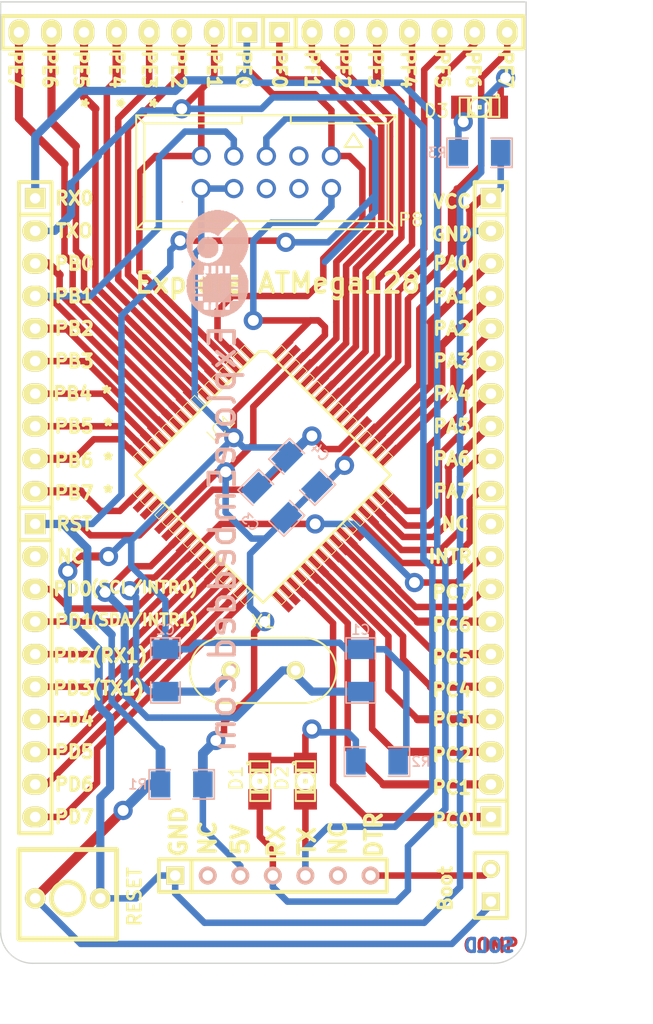
<source format=kicad_pcb>
(kicad_pcb (version 4) (host pcbnew "(2015-01-16 BZR 5376)-product")
  (layers (0 F.Cu signal) (31 B.Cu signal) (34 B.Paste user) (35 F.Paste user) (36 B.SilkS user) (37 F.SilkS user) (38 B.Mask user) (39 F.Mask user) (44 Edge.Cuts user))
  (net 0 "")
  (net 1 /+5V)
  (net 2 /INTR)
  (net 3 /RST)
  (net 4 /RX0)
  (net 5 /SCK)
  (net 6 /TX0)
  (net 7 GND)
  (net 8 "Net-(C1-Pad2)")
  (net 9 "Net-(C2-Pad2)")
  (net 10 "Net-(D1-Pad2)")
  (net 11 "Net-(D3-Pad1)")
  (net 12 "Net-(IC1-Pad10)")
  (net 13 "Net-(IC1-Pad12)")
  (net 14 "Net-(IC1-Pad13)")
  (net 15 "Net-(IC1-Pad14)")
  (net 16 "Net-(IC1-Pad15)")
  (net 17 "Net-(IC1-Pad16)")
  (net 18 "Net-(IC1-Pad17)")
  (net 19 "Net-(IC1-Pad26)")
  (net 20 "Net-(IC1-Pad27)")
  (net 21 "Net-(IC1-Pad28)")
  (net 22 "Net-(IC1-Pad29)")
  (net 23 "Net-(IC1-Pad30)")
  (net 24 "Net-(IC1-Pad31)")
  (net 25 "Net-(IC1-Pad32)")
  (net 26 "Net-(IC1-Pad35)")
  (net 27 "Net-(IC1-Pad36)")
  (net 28 "Net-(IC1-Pad37)")
  (net 29 "Net-(IC1-Pad38)")
  (net 30 "Net-(IC1-Pad39)")
  (net 31 "Net-(IC1-Pad4)")
  (net 32 "Net-(IC1-Pad40)")
  (net 33 "Net-(IC1-Pad41)")
  (net 34 "Net-(IC1-Pad42)")
  (net 35 "Net-(IC1-Pad44)")
  (net 36 "Net-(IC1-Pad45)")
  (net 37 "Net-(IC1-Pad46)")
  (net 38 "Net-(IC1-Pad47)")
  (net 39 "Net-(IC1-Pad48)")
  (net 40 "Net-(IC1-Pad49)")
  (net 41 "Net-(IC1-Pad5)")
  (net 42 "Net-(IC1-Pad50)")
  (net 43 "Net-(IC1-Pad51)")
  (net 44 "Net-(IC1-Pad54)")
  (net 45 "Net-(IC1-Pad55)")
  (net 46 "Net-(IC1-Pad56)")
  (net 47 "Net-(IC1-Pad57)")
  (net 48 "Net-(IC1-Pad58)")
  (net 49 "Net-(IC1-Pad59)")
  (net 50 "Net-(IC1-Pad6)")
  (net 51 "Net-(IC1-Pad60)")
  (net 52 "Net-(IC1-Pad61)")
  (net 53 "Net-(IC1-Pad7)")
  (net 54 "Net-(IC1-Pad8)")
  (net 55 "Net-(IC1-Pad9)")
  (net 56 "Net-(JP1-Pad2)")
  (net 57 "Net-(IC1-Pad1)")
  (net 58 "Net-(IC1-Pad18)")
  (net 59 "Net-(IC1-Pad19)")
  (net 60 "Net-(IC1-Pad33)")
  (net 61 "Net-(IC1-Pad34)")
  (net 62 "Net-(IC1-Pad43)")
  (net 63 "Net-(P2-Pad2)")
  (net 64 "Net-(P4-Pad10)")
  (net 65 "Net-(P6-Pad2)")
  (net 66 "Net-(P6-Pad6)")
  (net 67 "Net-(P8-Pad3)")
  (net 68 "Net-(P8-Pad4)")
  (net 69 "Net-(P8-Pad6)")
  (module TQFP64_atmega128_XL1 (layer F.Cu) (at 77.978 73.914 315)
    (fp_text reference IC1 (at -4.90982 -0.26416 405) (layer F.SilkS) (effects (font (size 1.016 1.016) (thickness 0.0889))))
    (fp_text value ATMEGA128-A hide)
    (pad 1 smd rect (at -8 -5.9055 315) (size 2 0.5588) (layers F.Cu F.Paste F.Mask) (net 57 "Net-(IC1-Pad1)"))
    (pad 2 smd rect (at -8 -5.1181 315) (size 2 0.5588) (layers F.Cu F.Paste F.Mask) (net 4 /RX0))
    (pad 3 smd rect (at -8 -4.3307 315) (size 2 0.5588) (layers F.Cu F.Paste F.Mask) (net 6 /TX0))
    (pad 4 smd rect (at -8 -3.5433 315) (size 2 0.5588) (layers F.Cu F.Paste F.Mask) (net 31 "Net-(IC1-Pad4)"))
    (pad 5 smd rect (at -8 -2.7559 315) (size 2 0.5588) (layers F.Cu F.Paste F.Mask) (net 41 "Net-(IC1-Pad5)"))
    (pad 6 smd rect (at -8 -1.9685 315) (size 2 0.5588) (layers F.Cu F.Paste F.Mask) (net 50 "Net-(IC1-Pad6)"))
    (pad 7 smd rect (at -8 -1.1811 315) (size 2 0.5588) (layers F.Cu F.Paste F.Mask) (net 53 "Net-(IC1-Pad7)"))
    (pad 8 smd rect (at -8 -0.3937 315) (size 2 0.5588) (layers F.Cu F.Paste F.Mask) (net 54 "Net-(IC1-Pad8)"))
    (pad 9 smd rect (at -8 0.3937 315) (size 2 0.5588) (layers F.Cu F.Paste F.Mask) (net 55 "Net-(IC1-Pad9)"))
    (pad 10 smd rect (at -8 1.1811 315) (size 2 0.5588) (layers F.Cu F.Paste F.Mask) (net 12 "Net-(IC1-Pad10)"))
    (pad 11 smd rect (at -8 1.9685 315) (size 2 0.5588) (layers F.Cu F.Paste F.Mask) (net 5 /SCK))
    (pad 12 smd rect (at -8 2.7559 315) (size 2 0.5588) (layers F.Cu F.Paste F.Mask) (net 13 "Net-(IC1-Pad12)"))
    (pad 13 smd rect (at -8 3.5433 315) (size 2 0.5588) (layers F.Cu F.Paste F.Mask) (net 14 "Net-(IC1-Pad13)"))
    (pad 14 smd rect (at -8 4.3307 315) (size 2 0.5588) (layers F.Cu F.Paste F.Mask) (net 15 "Net-(IC1-Pad14)"))
    (pad 15 smd rect (at -8 5.1181 315) (size 2 0.5588) (layers F.Cu F.Paste F.Mask) (net 16 "Net-(IC1-Pad15)"))
    (pad 16 smd rect (at -8 5.9055 315) (size 2 0.5588) (layers F.Cu F.Paste F.Mask) (net 17 "Net-(IC1-Pad16)"))
    (pad 17 smd rect (at -5.9055 8 315) (size 0.5588 2) (layers F.Cu F.Paste F.Mask) (net 18 "Net-(IC1-Pad17)"))
    (pad 18 smd rect (at -5.1181 8 315) (size 0.5588 2) (layers F.Cu F.Paste F.Mask) (net 58 "Net-(IC1-Pad18)"))
    (pad 19 smd rect (at -4.3307 8 315) (size 0.5588 2) (layers F.Cu F.Paste F.Mask) (net 59 "Net-(IC1-Pad19)"))
    (pad 20 smd rect (at -3.5433 8 315) (size 0.5588 2) (layers F.Cu F.Paste F.Mask) (net 3 /RST))
    (pad 21 smd rect (at -2.7559 8 315) (size 0.5588 2) (layers F.Cu F.Paste F.Mask) (net 1 /+5V))
    (pad 22 smd rect (at -1.9685 8 315) (size 0.5588 2) (layers F.Cu F.Paste F.Mask) (net 7 GND))
    (pad 23 smd rect (at -1.1811 8 315) (size 0.5588 2) (layers F.Cu F.Paste F.Mask) (net 8 "Net-(C1-Pad2)"))
    (pad 24 smd rect (at -0.3937 8 315) (size 0.5588 2) (layers F.Cu F.Paste F.Mask) (net 9 "Net-(C2-Pad2)"))
    (pad 25 smd rect (at 0.3937 8 315) (size 0.5588 2) (layers F.Cu F.Paste F.Mask) (net 2 /INTR))
    (pad 26 smd rect (at 1.1811 8 315) (size 0.5588 2) (layers F.Cu F.Paste F.Mask) (net 19 "Net-(IC1-Pad26)"))
    (pad 27 smd rect (at 1.9685 8 315) (size 0.5588 2) (layers F.Cu F.Paste F.Mask) (net 20 "Net-(IC1-Pad27)"))
    (pad 28 smd rect (at 2.7559 8 315) (size 0.5588 2) (layers F.Cu F.Paste F.Mask) (net 21 "Net-(IC1-Pad28)"))
    (pad 29 smd rect (at 3.5433 8 315) (size 0.5588 2) (layers F.Cu F.Paste F.Mask) (net 22 "Net-(IC1-Pad29)"))
    (pad 30 smd rect (at 4.3307 8 315) (size 0.5588 2) (layers F.Cu F.Paste F.Mask) (net 23 "Net-(IC1-Pad30)"))
    (pad 31 smd rect (at 5.1181 8 315) (size 0.5588 2) (layers F.Cu F.Paste F.Mask) (net 24 "Net-(IC1-Pad31)"))
    (pad 32 smd rect (at 5.9055 8 315) (size 0.5588 2) (layers F.Cu F.Paste F.Mask) (net 25 "Net-(IC1-Pad32)"))
    (pad 33 smd rect (at 8 5.9055 315) (size 2 0.5588) (layers F.Cu F.Paste F.Mask) (net 60 "Net-(IC1-Pad33)"))
    (pad 34 smd rect (at 8 5.1181 315) (size 2 0.5588) (layers F.Cu F.Paste F.Mask) (net 61 "Net-(IC1-Pad34)"))
    (pad 35 smd rect (at 8 4.3307 315) (size 2 0.5588) (layers F.Cu F.Paste F.Mask) (net 26 "Net-(IC1-Pad35)"))
    (pad 36 smd rect (at 8 3.5433 315) (size 2 0.5588) (layers F.Cu F.Paste F.Mask) (net 27 "Net-(IC1-Pad36)"))
    (pad 37 smd rect (at 8 2.7559 315) (size 2 0.5588) (layers F.Cu F.Paste F.Mask) (net 28 "Net-(IC1-Pad37)"))
    (pad 38 smd rect (at 8 1.9685 315) (size 2 0.5588) (layers F.Cu F.Paste F.Mask) (net 29 "Net-(IC1-Pad38)"))
    (pad 39 smd rect (at 8 1.1811 315) (size 2 0.5588) (layers F.Cu F.Paste F.Mask) (net 30 "Net-(IC1-Pad39)"))
    (pad 40 smd rect (at 8 0.3937 315) (size 2 0.5588) (layers F.Cu F.Paste F.Mask) (net 32 "Net-(IC1-Pad40)"))
    (pad 41 smd rect (at 8 -0.3937 315) (size 2 0.5588) (layers F.Cu F.Paste F.Mask) (net 33 "Net-(IC1-Pad41)"))
    (pad 42 smd rect (at 8 -1.1811 315) (size 2 0.5588) (layers F.Cu F.Paste F.Mask) (net 34 "Net-(IC1-Pad42)"))
    (pad 43 smd rect (at 8 -1.9685 315) (size 2 0.5588) (layers F.Cu F.Paste F.Mask) (net 62 "Net-(IC1-Pad43)"))
    (pad 44 smd rect (at 8 -2.7559 315) (size 2 0.5588) (layers F.Cu F.Paste F.Mask) (net 35 "Net-(IC1-Pad44)"))
    (pad 45 smd rect (at 8 -3.5433 315) (size 2 0.5588) (layers F.Cu F.Paste F.Mask) (net 36 "Net-(IC1-Pad45)"))
    (pad 46 smd rect (at 8 -4.3307 315) (size 2 0.5588) (layers F.Cu F.Paste F.Mask) (net 37 "Net-(IC1-Pad46)"))
    (pad 47 smd rect (at 8 -5.1181 315) (size 2 0.5588) (layers F.Cu F.Paste F.Mask) (net 38 "Net-(IC1-Pad47)"))
    (pad 48 smd rect (at 8 -5.9055 315) (size 2 0.5588) (layers F.Cu F.Paste F.Mask) (net 39 "Net-(IC1-Pad48)"))
    (pad 49 smd rect (at 5.9055 -8 315) (size 0.5588 2) (layers F.Cu F.Paste F.Mask) (net 40 "Net-(IC1-Pad49)"))
    (pad 50 smd rect (at 5.1181 -8 315) (size 0.5588 2) (layers F.Cu F.Paste F.Mask) (net 42 "Net-(IC1-Pad50)"))
    (pad 51 smd rect (at 4.3307 -8 315) (size 0.5588 2) (layers F.Cu F.Paste F.Mask) (net 43 "Net-(IC1-Pad51)"))
    (pad 52 smd rect (at 3.5433 -8 315) (size 0.5588 2) (layers F.Cu F.Paste F.Mask) (net 1 /+5V))
    (pad 53 smd rect (at 2.7559 -8 315) (size 0.5588 2) (layers F.Cu F.Paste F.Mask) (net 7 GND))
    (pad 54 smd rect (at 1.9685 -8 315) (size 0.5588 2) (layers F.Cu F.Paste F.Mask) (net 44 "Net-(IC1-Pad54)"))
    (pad 55 smd rect (at 1.1811 -8 315) (size 0.5588 2) (layers F.Cu F.Paste F.Mask) (net 45 "Net-(IC1-Pad55)"))
    (pad 56 smd rect (at 0.3937 -8 315) (size 0.5588 2) (layers F.Cu F.Paste F.Mask) (net 46 "Net-(IC1-Pad56)"))
    (pad 57 smd rect (at -0.3937 -8 315) (size 0.5588 2) (layers F.Cu F.Paste F.Mask) (net 47 "Net-(IC1-Pad57)"))
    (pad 58 smd rect (at -1.1811 -8 315) (size 0.5588 2) (layers F.Cu F.Paste F.Mask) (net 48 "Net-(IC1-Pad58)"))
    (pad 59 smd rect (at -1.9685 -8 315) (size 0.5588 2) (layers F.Cu F.Paste F.Mask) (net 49 "Net-(IC1-Pad59)"))
    (pad 60 smd rect (at -2.7559 -8 315) (size 0.5588 2) (layers F.Cu F.Paste F.Mask) (net 51 "Net-(IC1-Pad60)"))
    (pad 61 smd rect (at -3.5433 -8 315) (size 0.5588 2) (layers F.Cu F.Paste F.Mask) (net 52 "Net-(IC1-Pad61)"))
    (pad 62 smd rect (at -4.3307 -8 315) (size 0.5588 2) (layers F.Cu F.Paste F.Mask) (net 1 /+5V))
    (pad 63 smd rect (at -5.1181 -8 315) (size 0.5588 2) (layers F.Cu F.Paste F.Mask) (net 7 GND))
    (pad 64 smd rect (at -5.9055 -8 315) (size 0.5588 2) (layers F.Cu F.Paste F.Mask) (net 1 /+5V))
  )
  (module SW_PUSH_SMALL_2pin_xl (layer F.Cu) (at 62.738 106.934)
    (fp_text reference SW1 hide)
    (fp_text value RESET (at 5.207 -0.127 90) (layer F.SilkS) (effects (font (size 1.016 1.016) (thickness 0.2032))))
    (pad 1 thru_hole circle (at -2.54 0) (size 1.6 1.6) (drill 0.8128) (layers *.Cu *.Mask F.SilkS) (net 3 /RST))
    (pad 2 thru_hole circle (at 2.54 0) (size 1.6 1.6) (drill 0.8128) (layers *.Cu *.Mask F.SilkS) (net 7 GND))
  )
  (module SM1206 (layer B.Cu) (at 70.358 89.154 270)
    (fp_text reference C2 (at -3.175 0 360) (layer B.SilkS) (effects (font (size 0.762 0.762) (thickness 0.127)) (justify mirror)))
    (fp_text value 22PF hide)
    (pad 1 smd rect (at -1.651 0 270) (size 1.524 2.032) (layers B.Cu B.Paste B.Mask) (net 7 GND))
    (pad 2 smd rect (at 1.651 0 270) (size 1.524 2.032) (layers B.Cu B.Paste B.Mask) (net 9 "Net-(C2-Pad2)"))
  )
  (module SM1206 (layer B.Cu) (at 86.868 96.266)
    (fp_text reference R2 (at 3.429 0) (layer B.SilkS) (effects (font (size 0.762 0.762) (thickness 0.127)) (justify mirror)))
    (fp_text value 470r hide)
    (pad 1 smd rect (at -1.651 0) (size 1.524 2.032) (layers B.Cu B.Paste B.Mask) (net 10 "Net-(D1-Pad2)"))
    (pad 2 smd rect (at 1.651 0) (size 1.524 2.032) (layers B.Cu B.Paste B.Mask) (net 7 GND))
  )
  (module SM1206 (layer B.Cu) (at 81.026 73.66 135)
    (fp_text reference C4 (at 0.089803 2.065459 135) (layer B.SilkS) (effects (font (size 0.762 0.762) (thickness 0.127)) (justify mirror)))
    (fp_text value 0.1uF hide)
    (pad 1 smd rect (at -1.651 0 135) (size 1.524 2.032) (layers B.Cu B.Paste B.Mask) (net 1 /+5V))
    (pad 2 smd rect (at 1.651 0 135) (size 1.524 2.032) (layers B.Cu B.Paste B.Mask) (net 7 GND))
  )
  (module SM1206 (layer B.Cu) (at 78.613 76.073 135)
    (fp_text reference C3 (at 0.089803 -2.245064 135) (layer B.SilkS) (effects (font (size 0.762 0.762) (thickness 0.127)) (justify mirror)))
    (fp_text value 0.1uF hide)
    (pad 1 smd rect (at -1.651 0 135) (size 1.524 2.032) (layers B.Cu B.Paste B.Mask) (net 1 /+5V))
    (pad 2 smd rect (at 1.651 0 135) (size 1.524 2.032) (layers B.Cu B.Paste B.Mask) (net 7 GND))
  )
  (module SM1206 (layer B.Cu) (at 71.628 98.044)
    (fp_text reference R1 (at -3.429 0) (layer B.SilkS) (effects (font (size 0.762 0.762) (thickness 0.127)) (justify mirror)))
    (fp_text value 10K hide)
    (pad 1 smd rect (at -1.651 0) (size 1.524 2.032) (layers B.Cu B.Paste B.Mask) (net 3 /RST))
    (pad 2 smd rect (at 1.651 0) (size 1.524 2.032) (layers B.Cu B.Paste B.Mask) (net 1 /+5V))
  )
  (module SM1206 (layer B.Cu) (at 85.598 89.154 270)
    (fp_text reference C1 (at -3.175 0 360) (layer B.SilkS) (effects (font (size 0.762 0.762) (thickness 0.127)) (justify mirror)))
    (fp_text value 22PF hide)
    (pad 1 smd rect (at -1.651 0 270) (size 1.524 2.032) (layers B.Cu B.Paste B.Mask) (net 7 GND))
    (pad 2 smd rect (at 1.651 0 270) (size 1.524 2.032) (layers B.Cu B.Paste B.Mask) (net 8 "Net-(C1-Pad2)"))
  )
  (module SIL-8 (layer F.Cu) (at 67.818 39.37 180)
    (fp_text reference J2 hide)
    (fp_text value SIL8 hide)
    (pad 1 thru_hole rect (at -8.89 0 180) (size 1.6 1.6) (drill 0.8128) (layers *.Cu *.Mask F.SilkS) (net 4 /RX0))
    (pad 2 thru_hole oval (at -6.35 0 180) (size 1.6 2) (drill 0.8128) (layers *.Cu *.Mask F.SilkS) (net 6 /TX0))
    (pad 3 thru_hole oval (at -3.81 0 180) (size 1.6 2) (drill 0.8128) (layers *.Cu *.Mask F.SilkS) (net 31 "Net-(IC1-Pad4)"))
    (pad 4 thru_hole oval (at -1.27 0 180) (size 1.6 2) (drill 0.8128) (layers *.Cu *.Mask F.SilkS) (net 41 "Net-(IC1-Pad5)"))
    (pad 5 thru_hole oval (at 1.27 0 180) (size 1.6 2) (drill 0.8128) (layers *.Cu *.Mask F.SilkS) (net 50 "Net-(IC1-Pad6)"))
    (pad 6 thru_hole oval (at 3.81 0 180) (size 1.6 2) (drill 0.8128) (layers *.Cu *.Mask F.SilkS) (net 53 "Net-(IC1-Pad7)"))
    (pad 7 thru_hole oval (at 6.35 0 180) (size 1.6 2) (drill 0.8128) (layers *.Cu *.Mask F.SilkS) (net 54 "Net-(IC1-Pad8)"))
    (pad 8 thru_hole oval (at 8.89 0 180) (size 1.6 2) (drill 0.8128) (layers *.Cu *.Mask F.SilkS) (net 55 "Net-(IC1-Pad9)"))
  )
  (module SIL-8 (layer F.Cu) (at 88.138 39.37)
    (fp_text reference J1 hide)
    (fp_text value SIL8 hide)
    (pad 1 thru_hole rect (at -8.89 0) (size 1.6 1.6) (drill 0.8128) (layers *.Cu *.Mask F.SilkS) (net 52 "Net-(IC1-Pad61)"))
    (pad 2 thru_hole oval (at -6.35 0) (size 1.6 2) (drill 0.8128) (layers *.Cu *.Mask F.SilkS) (net 51 "Net-(IC1-Pad60)"))
    (pad 3 thru_hole oval (at -3.81 0) (size 1.6 2) (drill 0.8128) (layers *.Cu *.Mask F.SilkS) (net 49 "Net-(IC1-Pad59)"))
    (pad 4 thru_hole oval (at -1.27 0) (size 1.6 2) (drill 0.8128) (layers *.Cu *.Mask F.SilkS) (net 48 "Net-(IC1-Pad58)"))
    (pad 5 thru_hole oval (at 1.27 0) (size 1.6 2) (drill 0.8128) (layers *.Cu *.Mask F.SilkS) (net 47 "Net-(IC1-Pad57)"))
    (pad 6 thru_hole oval (at 3.81 0) (size 1.6 2) (drill 0.8128) (layers *.Cu *.Mask F.SilkS) (net 46 "Net-(IC1-Pad56)"))
    (pad 7 thru_hole oval (at 6.35 0) (size 1.6 2) (drill 0.8128) (layers *.Cu *.Mask F.SilkS) (net 45 "Net-(IC1-Pad55)"))
    (pad 8 thru_hole oval (at 8.89 0) (size 1.6 2) (drill 0.8128) (layers *.Cu *.Mask F.SilkS) (net 44 "Net-(IC1-Pad54)"))
  )
  (module SIL-10 (layer F.Cu) (at 60.198 89.154 270)
    (fp_text reference P2 hide)
    (fp_text value CONN_10 hide)
    (pad 1 thru_hole rect (at -11.43 0 270) (size 1.6 1.6) (drill 0.8128) (layers *.Cu *.Mask F.SilkS) (net 3 /RST))
    (pad 2 thru_hole oval (at -8.89 0 270) (size 1.6 2) (drill 0.8128) (layers *.Cu *.Mask F.SilkS) (net 63 "Net-(P2-Pad2)"))
    (pad 3 thru_hole oval (at -6.35 0 270) (size 1.6 2) (drill 0.8128) (layers *.Cu *.Mask F.SilkS) (net 2 /INTR))
    (pad 4 thru_hole oval (at -3.81 0 270) (size 1.6 2) (drill 0.8128) (layers *.Cu *.Mask F.SilkS) (net 19 "Net-(IC1-Pad26)"))
    (pad 5 thru_hole oval (at -1.27 0 270) (size 1.6 2) (drill 0.8128) (layers *.Cu *.Mask F.SilkS) (net 20 "Net-(IC1-Pad27)"))
    (pad 6 thru_hole oval (at 1.27 0 270) (size 1.6 2) (drill 0.8128) (layers *.Cu *.Mask F.SilkS) (net 21 "Net-(IC1-Pad28)"))
    (pad 7 thru_hole oval (at 3.81 0 270) (size 1.6 2) (drill 0.8128) (layers *.Cu *.Mask F.SilkS) (net 22 "Net-(IC1-Pad29)"))
    (pad 8 thru_hole oval (at 6.35 0 270) (size 1.6 2) (drill 0.8128) (layers *.Cu *.Mask F.SilkS) (net 23 "Net-(IC1-Pad30)"))
    (pad 9 thru_hole oval (at 8.89 0 270) (size 1.6 2) (drill 0.8128) (layers *.Cu *.Mask F.SilkS) (net 24 "Net-(IC1-Pad31)"))
    (pad 10 thru_hole oval (at 11.43 0 270) (size 1.6 2) (drill 0.8128) (layers *.Cu *.Mask F.SilkS) (net 25 "Net-(IC1-Pad32)"))
  )
  (module SIL-10 (layer F.Cu) (at 60.198 63.754 270)
    (fp_text reference P1 hide)
    (fp_text value CONN_10 hide)
    (pad 1 thru_hole rect (at -11.43 0 270) (size 1.6 1.6) (drill 0.8128) (layers *.Cu *.Mask F.SilkS) (net 4 /RX0))
    (pad 2 thru_hole oval (at -8.89 0 270) (size 1.6 2) (drill 0.8128) (layers *.Cu *.Mask F.SilkS) (net 6 /TX0))
    (pad 3 thru_hole oval (at -6.35 0 270) (size 1.6 2) (drill 0.8128) (layers *.Cu *.Mask F.SilkS) (net 12 "Net-(IC1-Pad10)"))
    (pad 4 thru_hole oval (at -3.81 0 270) (size 1.6 2) (drill 0.8128) (layers *.Cu *.Mask F.SilkS) (net 5 /SCK))
    (pad 5 thru_hole oval (at -1.27 0 270) (size 1.6 2) (drill 0.8128) (layers *.Cu *.Mask F.SilkS) (net 13 "Net-(IC1-Pad12)"))
    (pad 6 thru_hole oval (at 1.27 0 270) (size 1.6 2) (drill 0.8128) (layers *.Cu *.Mask F.SilkS) (net 14 "Net-(IC1-Pad13)"))
    (pad 7 thru_hole oval (at 3.81 0 270) (size 1.6 2) (drill 0.8128) (layers *.Cu *.Mask F.SilkS) (net 15 "Net-(IC1-Pad14)"))
    (pad 8 thru_hole oval (at 6.35 0 270) (size 1.6 2) (drill 0.8128) (layers *.Cu *.Mask F.SilkS) (net 16 "Net-(IC1-Pad15)"))
    (pad 9 thru_hole oval (at 8.89 0 270) (size 1.6 2) (drill 0.8128) (layers *.Cu *.Mask F.SilkS) (net 17 "Net-(IC1-Pad16)"))
    (pad 10 thru_hole oval (at 11.43 0 270) (size 1.6 2) (drill 0.8128) (layers *.Cu *.Mask F.SilkS) (net 18 "Net-(IC1-Pad17)"))
  )
  (module SIL-10 (layer F.Cu) (at 95.758 89.154 90)
    (fp_text reference P4 hide)
    (fp_text value CONN_10 hide)
    (pad 1 thru_hole rect (at -11.43 0 90) (size 1.6 1.6) (drill 0.8128) (layers *.Cu *.Mask F.SilkS) (net 26 "Net-(IC1-Pad35)"))
    (pad 2 thru_hole oval (at -8.89 0 90) (size 1.6 2) (drill 0.8128) (layers *.Cu *.Mask F.SilkS) (net 27 "Net-(IC1-Pad36)"))
    (pad 3 thru_hole oval (at -6.35 0 90) (size 1.6 2) (drill 0.8128) (layers *.Cu *.Mask F.SilkS) (net 28 "Net-(IC1-Pad37)"))
    (pad 4 thru_hole oval (at -3.81 0 90) (size 1.6 2) (drill 0.8128) (layers *.Cu *.Mask F.SilkS) (net 29 "Net-(IC1-Pad38)"))
    (pad 5 thru_hole oval (at -1.27 0 90) (size 1.6 2) (drill 0.8128) (layers *.Cu *.Mask F.SilkS) (net 30 "Net-(IC1-Pad39)"))
    (pad 6 thru_hole oval (at 1.27 0 90) (size 1.6 2) (drill 0.8128) (layers *.Cu *.Mask F.SilkS) (net 32 "Net-(IC1-Pad40)"))
    (pad 7 thru_hole oval (at 3.81 0 90) (size 1.6 2) (drill 0.8128) (layers *.Cu *.Mask F.SilkS) (net 33 "Net-(IC1-Pad41)"))
    (pad 8 thru_hole oval (at 6.35 0 90) (size 1.6 2) (drill 0.8128) (layers *.Cu *.Mask F.SilkS) (net 34 "Net-(IC1-Pad42)"))
    (pad 9 thru_hole oval (at 8.89 0 90) (size 1.6 2) (drill 0.8128) (layers *.Cu *.Mask F.SilkS) (net 2 /INTR))
    (pad 10 thru_hole oval (at 11.43 0 90) (size 1.6 2) (drill 0.8128) (layers *.Cu *.Mask F.SilkS) (net 64 "Net-(P4-Pad10)"))
  )
  (module SIL-10 (layer F.Cu) (at 95.758 63.754 270)
    (fp_text reference P3 hide)
    (fp_text value CONN_10 hide)
    (pad 1 thru_hole rect (at -11.43 0 270) (size 1.6 1.6) (drill 0.8128) (layers *.Cu *.Mask F.SilkS) (net 1 /+5V))
    (pad 2 thru_hole oval (at -8.89 0 270) (size 1.6 2) (drill 0.8128) (layers *.Cu *.Mask F.SilkS) (net 7 GND))
    (pad 3 thru_hole oval (at -6.35 0 270) (size 1.6 2) (drill 0.8128) (layers *.Cu *.Mask F.SilkS) (net 43 "Net-(IC1-Pad51)"))
    (pad 4 thru_hole oval (at -3.81 0 270) (size 1.6 2) (drill 0.8128) (layers *.Cu *.Mask F.SilkS) (net 42 "Net-(IC1-Pad50)"))
    (pad 5 thru_hole oval (at -1.27 0 270) (size 1.6 2) (drill 0.8128) (layers *.Cu *.Mask F.SilkS) (net 40 "Net-(IC1-Pad49)"))
    (pad 6 thru_hole oval (at 1.27 0 270) (size 1.6 2) (drill 0.8128) (layers *.Cu *.Mask F.SilkS) (net 39 "Net-(IC1-Pad48)"))
    (pad 7 thru_hole oval (at 3.81 0 270) (size 1.6 2) (drill 0.8128) (layers *.Cu *.Mask F.SilkS) (net 38 "Net-(IC1-Pad47)"))
    (pad 8 thru_hole oval (at 6.35 0 270) (size 1.6 2) (drill 0.8128) (layers *.Cu *.Mask F.SilkS) (net 37 "Net-(IC1-Pad46)"))
    (pad 9 thru_hole oval (at 8.89 0 270) (size 1.6 2) (drill 0.8128) (layers *.Cu *.Mask F.SilkS) (net 36 "Net-(IC1-Pad45)"))
    (pad 10 thru_hole oval (at 11.43 0 270) (size 1.6 2) (drill 0.8128) (layers *.Cu *.Mask F.SilkS) (net 35 "Net-(IC1-Pad44)"))
  )
  (module SIL-7 (layer F.Cu) (at 78.74 105.156)
    (fp_text reference P6 hide)
    (fp_text value CONN_7 hide)
    (pad 1 thru_hole rect (at -7.62 0) (size 1.397 1.397) (drill 0.8128) (layers *.Cu *.Mask F.SilkS) (net 7 GND))
    (pad 2 thru_hole circle (at -5.08 0) (size 1.397 1.397) (drill 0.8128) (layers *.Cu *.SilkS *.Mask) (net 65 "Net-(P6-Pad2)"))
    (pad 3 thru_hole circle (at -2.54 0) (size 1.397 1.397) (drill 0.8128) (layers *.Cu *.SilkS *.Mask) (net 1 /+5V))
    (pad 4 thru_hole circle (at 0 0) (size 1.397 1.397) (drill 0.8128) (layers *.Cu *.SilkS *.Mask) (net 4 /RX0))
    (pad 5 thru_hole circle (at 2.54 0) (size 1.397 1.397) (drill 0.8128) (layers *.Cu *.SilkS *.Mask) (net 6 /TX0))
    (pad 6 thru_hole circle (at 5.08 0) (size 1.397 1.397) (drill 0.8128) (layers *.Cu *.SilkS *.Mask) (net 66 "Net-(P6-Pad6)"))
    (pad 7 thru_hole circle (at 7.62 0) (size 1.397 1.397) (drill 0.8128) (layers *.Cu *.SilkS *.Mask) (net 56 "Net-(JP1-Pad2)"))
  )
  (module SIL-2 (layer F.Cu) (at 95.758 105.918 90)
    (fp_text reference JP1 hide)
    (fp_text value JUMPER hide)
    (pad 1 thru_hole rect (at -1.27 0 90) (size 1.397 1.397) (drill 0.8128) (layers *.Cu *.Mask F.SilkS) (net 3 /RST))
    (pad 2 thru_hole circle (at 1.27 0 90) (size 1.397 1.397) (drill 0.8128) (layers *.Cu *.Mask F.SilkS) (net 56 "Net-(JP1-Pad2)"))
  )
  (module SM1206 (layer B.Cu) (at 94.869 48.768 180)
    (fp_text reference R3 (at 3.302 0 180) (layer B.SilkS) (effects (font (size 0.762 0.762) (thickness 0.127)) (justify mirror)))
    (fp_text value 470r hide)
    (pad 1 smd rect (at -1.651 0 180) (size 1.524 2.032) (layers B.Cu B.Paste B.Mask) (net 1 /+5V))
    (pad 2 smd rect (at 1.651 0 180) (size 1.524 2.032) (layers B.Cu B.Paste B.Mask) (net 11 "Net-(D3-Pad1)"))
  )
  (module ex:LED-1206_NEW (layer F.Cu) (at 77.724 97.79 90)
    (fp_text reference D1 (at 0.236 -1.846 90) (layer F.SilkS))
    (fp_text value LED hide)
    (pad 2 smd rect (at 1.41986 0 270) (size 1.59766 1.80086) (layers F.Cu F.Paste F.Mask) (net 10 "Net-(D1-Pad2)"))
    (pad 1 smd rect (at -1.41986 0 270) (size 1.59766 1.80086) (layers F.Cu F.Paste F.Mask) (net 4 /RX0))
  )
  (module ex:LED-1206_NEW (layer F.Cu) (at 81.28 97.79 90)
    (fp_text reference D2 (at 0.236 -1.846 90) (layer F.SilkS))
    (fp_text value LED hide)
    (pad 2 smd rect (at 1.41986 0 270) (size 1.59766 1.80086) (layers F.Cu F.Paste F.Mask) (net 10 "Net-(D1-Pad2)"))
    (pad 1 smd rect (at -1.41986 0 270) (size 1.59766 1.80086) (layers F.Cu F.Paste F.Mask) (net 6 /TX0))
  )
  (module ex:LED-1206_NEW (layer F.Cu) (at 94.869 45.212)
    (fp_text reference D3 (at -3.369 0.288) (layer F.SilkS))
    (fp_text value LED hide)
    (pad 2 smd rect (at 1.41986 0 180) (size 1.59766 1.80086) (layers F.Cu F.Paste F.Mask) (net 7 GND))
    (pad 1 smd rect (at -1.41986 0 180) (size 1.59766 1.80086) (layers F.Cu F.Paste F.Mask) (net 11 "Net-(D3-Pad1)"))
  )
  (module Connect:VASCH5x2 (layer F.Cu) (at 78.232 50.292 180)
    (fp_text reference P8 (at -11.268 -3.708 180) (layer F.SilkS))
    (fp_text value CONN_5X2 hide)
    (pad 1 thru_hole circle (at -5.08 1.27 180) (size 1.50622 1.50622) (drill 0.99822) (layers *.Cu *.Mask) (net 4 /RX0))
    (pad 2 thru_hole circle (at -5.08 -1.27 180) (size 1.50622 1.50622) (drill 0.99822) (layers *.Cu *.Mask) (net 1 /+5V))
    (pad 3 thru_hole circle (at -2.54 1.27 180) (size 1.50622 1.50622) (drill 0.99822) (layers *.Cu *.Mask) (net 67 "Net-(P8-Pad3)"))
    (pad 4 thru_hole circle (at -2.54 -1.27 180) (size 1.50622 1.50622) (drill 0.99822) (layers *.Cu *.Mask) (net 68 "Net-(P8-Pad4)"))
    (pad 5 thru_hole circle (at 0 1.27 180) (size 1.50622 1.50622) (drill 0.99822) (layers *.Cu *.Mask) (net 3 /RST))
    (pad 6 thru_hole circle (at 0 -1.27 180) (size 1.50622 1.50622) (drill 0.99822) (layers *.Cu *.Mask) (net 69 "Net-(P8-Pad6)"))
    (pad 7 thru_hole circle (at 2.54 1.27 180) (size 1.50622 1.50622) (drill 0.99822) (layers *.Cu *.Mask) (net 5 /SCK))
    (pad 8 thru_hole circle (at 2.54 -1.27 180) (size 1.50622 1.50622) (drill 0.99822) (layers *.Cu *.Mask) (net 7 GND))
    (pad 9 thru_hole circle (at 5.08 1.27 180) (size 1.50622 1.50622) (drill 0.99822) (layers *.Cu *.Mask) (net 6 /TX0))
    (pad 10 thru_hole circle (at 5.08 -1.27 180) (size 1.50622 1.50622) (drill 0.99822) (layers *.Cu *.Mask) (net 7 GND))
  )
  (module Discret:HC-49V (layer F.Cu) (at 77.978 89.154)
    (fp_text reference X1 (at 0 -3.81) (layer F.SilkS))
    (fp_text value 16Mhz hide)
    (pad 1 thru_hole circle (at -2.54 0) (size 1.4224 1.4224) (drill 0.762) (layers *.Cu *.Mask F.SilkS) (net 9 "Net-(C2-Pad2)"))
    (pad 2 thru_hole circle (at 2.54 0) (size 1.4224 1.4224) (drill 0.762) (layers *.Cu *.Mask F.SilkS) (net 8 "Net-(C1-Pad2)"))
  )
  (module "EE:LOGO (2)" (layer B.Cu) (at 71.628 52.578 270)
    (fp_text reference LOGO hide)
    (fp_text value "" (at 0 0 270) (layer B.SilkS) (effects (justify mirror)))
  )
  (gr_line (start 57.5 109.5) (end 57.5 37) (angle 90) (layer Edge.Cuts) (width 0.1))
  (gr_line (start 60 112) (end 96 112) (angle 90) (layer Edge.Cuts) (width 0.1))
  (gr_line (start 98.5 109.5) (end 98.5 37) (angle 90) (layer Edge.Cuts) (width 0.1))
  (gr_arc (start 60 109.5) (end 60 112) (angle 90) (layer Edge.Cuts) (width 0.1))
  (gr_arc (start 96 109.5) (end 98.5 109.5) (angle 90) (layer Edge.Cuts) (width 0.1))
  (gr_line (start 57.5 37) (end 98.5 37) (angle 90) (layer Edge.Cuts) (width 0.1))
  (gr_text ExploreEmbedded.com (at 74.803 78.867 90) (layer B.SilkS) (effects (font (size 2 2) (thickness 0.3)) (justify mirror)))
  (gr_text "(SDA/INTR1)" (at 68.707 85.217) (layer F.SilkS) (effects (font (size 0.889 0.889) (thickness 0.22225))))
  (gr_text "(SCL/INTR0)" (at 68.707 82.677) (layer F.SilkS) (effects (font (size 0.889 0.889) (thickness 0.22225))))
  (gr_text NC (at 73.66 102.235 90) (layer F.SilkS) (effects (font (size 1.27 1.27) (thickness 0.3))))
  (gr_text NC (at 83.82 102.235 90) (layer F.SilkS) (effects (font (size 1.27 1.27) (thickness 0.3))))
  (gr_text SOLD (at 95.631 110.617) (layer B.Cu) (effects (font (size 1.016 1.016) (thickness 0.254)) (justify mirror)))
  (gr_text COMP (at 95.758 110.617) (layer F.Cu) (effects (font (size 1.016 1.016) (thickness 0.254))))
  (gr_text "Boot\n" (at 92.202 106.172 90) (layer F.SilkS) (effects (font (size 1.016 1.016) (thickness 0.254))))
  (gr_text GND (at 71.374 101.727 90) (layer F.SilkS) (effects (font (size 1.27 1.27) (thickness 0.3))))
  (gr_text 5V (at 76.2 102.362 90) (layer F.SilkS) (effects (font (size 1.27 1.27) (thickness 0.3175))))
  (gr_text DTR (at 86.614 101.981 90) (layer F.SilkS) (effects (font (size 1.27 1.27) (thickness 0.3))))
  (gr_text TX (at 81.407 102.489 90) (layer F.SilkS) (effects (font (size 1.27 1.27) (thickness 0.3))))
  (gr_text RX (at 78.994 102.489 90) (layer F.SilkS) (effects (font (size 1.27 1.27) (thickness 0.3))))
  (gr_text "Explore ATMega128\n" (at 79.121 58.928) (layer F.SilkS) (effects (font (thickness 0.3))))
  (gr_text GND (at 92.71 55.118) (layer F.SilkS) (effects (font (size 1.016 1.016) (thickness 0.254))))
  (gr_text VCC (at 92.71 52.578) (layer F.SilkS) (effects (font (size 1.016 1.016) (thickness 0.254))))
  (gr_text TXO (at 63.246 54.864) (layer F.SilkS) (effects (font (size 1.016 1.016) (thickness 0.254))))
  (gr_text RX0 (at 63.246 52.324) (layer F.SilkS) (effects (font (size 1.016 1.016) (thickness 0.254))))
  (gr_text INTR (at 92.583 80.264) (layer F.SilkS) (effects (font (size 1.016 1.016) (thickness 0.254))))
  (gr_text NC (at 92.964 77.724) (layer F.SilkS) (effects (font (size 1.016 1.016) (thickness 0.254))))
  (gr_text NC (at 62.992 80.264) (layer F.SilkS) (effects (font (size 1.016 1.016) (thickness 0.254))))
  (gr_text RST (at 63.246 77.724) (layer F.SilkS) (effects (font (size 1.016 1.016) (thickness 0.254))))
  (gr_text PC7 (at 92.71 83.058) (layer F.SilkS) (effects (font (size 1.016 1.016) (thickness 0.254))))
  (gr_text PC6 (at 92.71 85.598) (layer F.SilkS) (effects (font (size 1.016 1.016) (thickness 0.254))))
  (gr_text PC5 (at 92.71 88.138) (layer F.SilkS) (effects (font (size 1.016 1.016) (thickness 0.254))))
  (gr_text PC4 (at 92.71 90.678) (layer F.SilkS) (effects (font (size 1.016 1.016) (thickness 0.254))))
  (gr_text PC3 (at 92.71 92.964) (layer F.SilkS) (effects (font (size 1.016 1.016) (thickness 0.254))))
  (gr_text PC2 (at 92.71 95.758) (layer F.SilkS) (effects (font (size 1.016 1.016) (thickness 0.254))))
  (gr_text PC1 (at 92.71 98.298) (layer F.SilkS) (effects (font (size 1.016 1.016) (thickness 0.254))))
  (gr_text PC0 (at 92.71 100.838) (layer F.SilkS) (effects (font (size 1.016 1.016) (thickness 0.254))))
  (gr_text PA7 (at 92.71 75.184) (layer F.SilkS) (effects (font (size 1.016 1.016) (thickness 0.254))))
  (gr_text PA6 (at 92.71 72.644) (layer F.SilkS) (effects (font (size 1.016 1.016) (thickness 0.254))))
  (gr_text PA5 (at 92.71 70.104) (layer F.SilkS) (effects (font (size 1.016 1.016) (thickness 0.254))))
  (gr_text PA4 (at 92.71 67.564) (layer F.SilkS) (effects (font (size 1.016 1.016) (thickness 0.254))))
  (gr_text PA3 (at 92.71 65.024) (layer F.SilkS) (effects (font (size 1.016 1.016) (thickness 0.254))))
  (gr_text PA2 (at 92.71 62.484) (layer F.SilkS) (effects (font (size 1.016 1.016) (thickness 0.254))))
  (gr_text PA1 (at 92.71 59.944) (layer F.SilkS) (effects (font (size 1.016 1.016) (thickness 0.254))))
  (gr_text PA0 (at 92.71 57.404) (layer F.SilkS) (effects (font (size 1.016 1.016) (thickness 0.254))))
  (gr_text PD7 (at 63.246 100.584) (layer F.SilkS) (effects (font (size 1.016 1.016) (thickness 0.254))))
  (gr_text PD6 (at 63.246 98.044) (layer F.SilkS) (effects (font (size 1.016 1.016) (thickness 0.254))))
  (gr_text PD5 (at 63.246 95.504) (layer F.SilkS) (effects (font (size 1.016 1.016) (thickness 0.254))))
  (gr_text PD4 (at 63.246 92.964) (layer F.SilkS) (effects (font (size 1.016 1.016) (thickness 0.254))))
  (gr_text "PD3(TX1)" (at 65.151 90.551) (layer F.SilkS) (effects (font (size 1.016 1.016) (thickness 0.254))))
  (gr_text "PD2(RX1)" (at 65.278 88.011) (layer F.SilkS) (effects (font (size 1.016 1.016) (thickness 0.254))))
  (gr_text PD1 (at 63.246 85.344) (layer F.SilkS) (effects (font (size 1.016 1.016) (thickness 0.254))))
  (gr_text PD0 (at 63.119 82.804) (layer F.SilkS) (effects (font (size 1.016 1.016) (thickness 0.254))))
  (gr_text "PB7 *" (at 64.008 75.311) (layer F.SilkS) (effects (font (size 1.016 1.016) (thickness 0.254))))
  (gr_text "PB6 *\n" (at 64.008 72.771) (layer F.SilkS) (effects (font (size 1.016 1.016) (thickness 0.254))))
  (gr_text "PB5 *" (at 64.008 70.104) (layer F.SilkS) (effects (font (size 1.016 1.016) (thickness 0.254))))
  (gr_text "PB4 *" (at 63.881 67.564) (layer F.SilkS) (effects (font (size 1.016 1.016) (thickness 0.254))))
  (gr_text PB3 (at 63.246 65.024) (layer F.SilkS) (effects (font (size 1.016 1.016) (thickness 0.254))))
  (gr_text PB2 (at 63.246 62.484) (layer F.SilkS) (effects (font (size 1.016 1.016) (thickness 0.254))))
  (gr_text "PB1\n" (at 63.246 59.944) (layer F.SilkS) (effects (font (size 1.016 1.016) (thickness 0.254))))
  (gr_text PB0 (at 63.246 57.404) (layer F.SilkS) (effects (font (size 1.016 1.016) (thickness 0.254))))
  (gr_text PF7 (at 96.901 42.291 270) (layer F.SilkS) (effects (font (size 1.016 1.016) (thickness 0.254))))
  (gr_text PF6 (at 94.361 42.291 270) (layer F.SilkS) (effects (font (size 1.016 1.016) (thickness 0.254))))
  (gr_text PF5 (at 91.948 42.291 270) (layer F.SilkS) (effects (font (size 1.016 1.016) (thickness 0.254))))
  (gr_text PF4 (at 89.281 42.291 270) (layer F.SilkS) (effects (font (size 1.016 1.016) (thickness 0.254))))
  (gr_text PF3 (at 86.741 42.291 270) (layer F.SilkS) (effects (font (size 1.016 1.016) (thickness 0.254))))
  (gr_text PF2 (at 84.201 42.291 270) (layer F.SilkS) (effects (font (size 1.016 1.016) (thickness 0.254))))
  (gr_text PF1 (at 81.788 42.291 270) (layer F.SilkS) (effects (font (size 1.016 1.016) (thickness 0.254))))
  (gr_text PF0 (at 79.248 42.291 270) (layer F.SilkS) (effects (font (size 1.016 1.016) (thickness 0.254))))
  (gr_text PE7 (at 58.674 42.291 270) (layer F.SilkS) (effects (font (size 1.016 1.016) (thickness 0.254))))
  (gr_text PE6 (at 61.341 42.291 270) (layer F.SilkS) (effects (font (size 1.016 1.016) (thickness 0.254))))
  (gr_text "PE5 *" (at 63.754 43.053 270) (layer F.SilkS) (effects (font (size 1.016 1.016) (thickness 0.254))))
  (gr_text "PE4 *" (at 66.548 43.053 270) (layer F.SilkS) (effects (font (size 1.016 1.016) (thickness 0.254))))
  (gr_text "PE3 *" (at 69.088 43.053 270) (layer F.SilkS) (effects (font (size 1.016 1.016) (thickness 0.254))))
  (gr_text PE2 (at 71.374 42.291 270) (layer F.SilkS) (effects (font (size 1.016 1.016) (thickness 0.254))))
  (gr_text PE1 (at 74.168 42.291 270) (layer F.SilkS) (effects (font (size 1.016 1.016) (thickness 0.254))))
  (gr_text PE0 (at 76.454 42.291 270) (layer F.SilkS) (effects (font (size 1.016 1.016) (thickness 0.254))))
  (segment (start 86.209363 70.762637) (end 90.17 66.802) (width 0.508) (layer F.Cu) (net 1))
  (segment (start 90.17 66.802) (end 90.17 60.96) (width 0.508) (layer F.Cu) (net 1))
  (segment (start 90.17 60.96) (end 94.107 57.023) (width 0.508) (layer F.Cu) (net 1))
  (segment (start 94.107 57.023) (end 94.107 53.213) (width 0.508) (layer F.Cu) (net 1))
  (segment (start 94.107 53.213) (end 94.996 52.324) (width 0.635) (layer F.Cu) (net 1))
  (segment (start 94.996 52.324) (end 95.758 52.324) (width 0.635) (layer F.Cu) (net 1))
  (segment (start 86.140346 70.762637) (end 86.209363 70.762637) (width 0.508) (layer F.Cu) (net 1))
  (segment (start 80.601122 65.194878) (end 80.572587 65.194878) (width 0.508) (layer F.Cu) (net 1))
  (segment (start 80.601122 65.194878) (end 82.804 62.992) (width 0.508) (layer F.Cu) (net 1))
  (segment (start 79.459035 64.050965) (end 81.661 61.849) (width 0.508) (layer F.Cu) (net 1))
  (segment (start 79.459035 64.081327) (end 79.459035 64.050965) (width 0.508) (layer F.Cu) (net 1))
  (segment (start 86.082363 70.762637) (end 84.328 72.517) (width 0.508) (layer F.Cu) (net 1))
  (segment (start 84.328 72.517) (end 84.328 73.152) (width 0.508) (layer F.Cu) (net 1))
  (via (at 84.328 73.152) (size 1.5) (drill 0.85) (layers F.Cu B.Cu) (net 1))
  (segment (start 84.328 73.152) (end 82.652567 74.827433) (width 0.508) (layer B.Cu) (net 1))
  (segment (start 82.652567 74.827433) (end 82.193433 74.827433) (width 0.508) (layer B.Cu) (net 1))
  (segment (start 86.140346 70.762637) (end 86.082363 70.762637) (width 0.508) (layer F.Cu) (net 1))
  (segment (start 82.193433 74.827433) (end 79.780433 77.240433) (width 0.508) (layer B.Cu) (net 1))
  (segment (start 77.089 78.867) (end 78.153866 78.867) (width 0.508) (layer B.Cu) (net 1))
  (segment (start 75.057 76.835) (end 77.089 78.867) (width 0.508) (layer B.Cu) (net 1))
  (segment (start 75.057 73.66) (end 75.057 76.835) (width 0.508) (layer B.Cu) (net 1))
  (via (at 75.057 73.66) (size 1.5) (drill 0.85) (layers F.Cu B.Cu) (net 1))
  (segment (start 78.153866 78.867) (end 79.780433 77.240433) (width 0.508) (layer B.Cu) (net 1))
  (segment (start 74.422 73.66) (end 75.057 73.66) (width 0.508) (layer F.Cu) (net 1))
  (segment (start 70.459861 77.622139) (end 74.422 73.66) (width 0.508) (layer F.Cu) (net 1))
  (segment (start 70.37243 77.622139) (end 70.459861 77.622139) (width 0.508) (layer F.Cu) (net 1))
  (segment (start 80.572587 65.223413) (end 77.216 68.58) (width 0.508) (layer F.Cu) (net 1))
  (segment (start 77.216 68.58) (end 77.216 71.501) (width 0.508) (layer F.Cu) (net 1))
  (segment (start 77.216 71.501) (end 75.057 73.66) (width 0.508) (layer F.Cu) (net 1))
  (segment (start 80.572587 65.194878) (end 80.572587 65.223413) (width 0.508) (layer F.Cu) (net 1))
  (segment (start 73.279 95.631) (end 74.295 94.615) (width 0.762) (layer B.Cu) (net 1))
  (via (at 74.295 94.615) (size 1.5) (drill 0.85) (layers F.Cu B.Cu) (net 1))
  (segment (start 74.295 94.615) (end 74.93 93.98) (width 0.508) (layer F.Cu) (net 1))
  (segment (start 74.93 93.98) (end 74.93 93.218) (width 0.508) (layer F.Cu) (net 1))
  (segment (start 77.2795 90.8685) (end 77.343 90.805) (width 0.508) (layer F.Cu) (net 1))
  (segment (start 74.93 93.218) (end 77.2795 90.8685) (width 0.508) (layer F.Cu) (net 1))
  (segment (start 73.279 98.044) (end 73.279 95.631) (width 0.762) (layer B.Cu) (net 1))
  (segment (start 82.804 62.357) (end 82.804 62.484) (width 0.508) (layer F.Cu) (net 1))
  (segment (start 82.296 61.849) (end 82.804 62.357) (width 0.508) (layer F.Cu) (net 1))
  (segment (start 81.661 61.849) (end 82.296 61.849) (width 0.508) (layer F.Cu) (net 1))
  (segment (start 82.804 62.992) (end 82.804 62.484) (width 0.508) (layer F.Cu) (net 1))
  (segment (start 77.2795 86.1695) (end 78.105 85.344) (width 0.508) (layer F.Cu) (net 1))
  (via (at 78.105 85.344) (size 1.5) (drill 0.85) (layers F.Cu B.Cu) (net 1))
  (segment (start 78.105 85.344) (end 76.962 84.201) (width 0.508) (layer B.Cu) (net 1))
  (segment (start 76.962 84.201) (end 76.962 80.058866) (width 0.508) (layer B.Cu) (net 1))
  (segment (start 76.962 80.058866) (end 79.780433 77.240433) (width 0.508) (layer B.Cu) (net 1))
  (segment (start 77.2795 90.8685) (end 77.2795 86.1695) (width 0.508) (layer F.Cu) (net 1))
  (segment (start 77.216 61.849) (end 82.169 61.849) (width 0.508) (layer F.Cu) (net 1))
  (via (at 77.216 61.849) (size 1.5) (drill 0.85) (layers F.Cu B.Cu) (net 1))
  (segment (start 82.169 61.849) (end 82.296 61.849) (width 0.508) (layer F.Cu) (net 1))
  (segment (start 76.2 104.394) (end 73.279 101.473) (width 0.508) (layer B.Cu) (net 1))
  (segment (start 73.279 101.473) (end 73.279 98.044) (width 0.508) (layer B.Cu) (net 1))
  (segment (start 76.2 105.156) (end 76.2 104.394) (width 0.508) (layer B.Cu) (net 1))
  (segment (start 96.52 51.562) (end 95.758 52.324) (width 0.508) (layer B.Cu) (net 1))
  (segment (start 96.52 48.768) (end 96.52 51.562) (width 0.508) (layer B.Cu) (net 1))
  (segment (start 83.312 52.959) (end 82.042 54.229) (width 0.508) (layer B.Cu) (net 1))
  (segment (start 82.042 54.229) (end 78.613 54.229) (width 0.508) (layer B.Cu) (net 1))
  (segment (start 78.613 54.229) (end 77.216 55.626) (width 0.508) (layer B.Cu) (net 1))
  (segment (start 77.216 55.626) (end 77.216 61.849) (width 0.508) (layer B.Cu) (net 1))
  (segment (start 83.312 51.562) (end 83.312 52.959) (width 0.508) (layer B.Cu) (net 1))
  (segment (start 72.550758 79.849242) (end 69.85 82.55) (width 0.508) (layer F.Cu) (net 2))
  (segment (start 72.599534 79.849242) (end 72.550758 79.849242) (width 0.508) (layer F.Cu) (net 2))
  (segment (start 68.072 84.328) (end 62.865 84.328) (width 0.508) (layer F.Cu) (net 2))
  (segment (start 62.865 84.328) (end 61.341 82.804) (width 0.508) (layer F.Cu) (net 2))
  (segment (start 61.341 82.804) (end 60.198 82.804) (width 0.508) (layer F.Cu) (net 2))
  (segment (start 69.85 82.55) (end 68.072 84.328) (width 0.508) (layer F.Cu) (net 2))
  (segment (start 72.599534 79.800466) (end 74.676 77.724) (width 0.508) (layer F.Cu) (net 2))
  (segment (start 74.676 77.724) (end 82.042 77.724) (width 0.508) (layer F.Cu) (net 2))
  (via (at 82.042 77.724) (size 1.5) (drill 0.85) (layers F.Cu B.Cu) (net 2))
  (segment (start 72.599534 79.849242) (end 72.599534 79.800466) (width 0.508) (layer F.Cu) (net 2))
  (segment (start 85.217 77.724) (end 89.789 82.296) (width 0.508) (layer B.Cu) (net 2))
  (via (at 89.789 82.296) (size 1.5) (drill 0.85) (layers F.Cu B.Cu) (net 2))
  (segment (start 89.789 82.296) (end 93.091 82.296) (width 0.508) (layer F.Cu) (net 2))
  (segment (start 93.091 82.296) (end 95.123 80.264) (width 0.508) (layer F.Cu) (net 2))
  (segment (start 95.123 80.264) (end 95.758 80.264) (width 0.508) (layer F.Cu) (net 2))
  (segment (start 82.042 77.724) (end 85.217 77.724) (width 0.508) (layer B.Cu) (net 2))
  (segment (start 69.815654 77.123346) (end 68.326 78.613) (width 0.508) (layer F.Cu) (net 3))
  (segment (start 63.627 77.724) (end 60.198 77.724) (width 0.635) (layer F.Cu) (net 3))
  (segment (start 64.516 78.613) (end 63.627 77.724) (width 0.508) (layer F.Cu) (net 3))
  (segment (start 68.326 78.613) (end 64.516 78.613) (width 0.508) (layer F.Cu) (net 3))
  (segment (start 69.815654 77.065363) (end 69.815654 77.123346) (width 0.508) (layer F.Cu) (net 3))
  (segment (start 69.088 98.044) (end 67.056 100.076) (width 0.762) (layer B.Cu) (net 3))
  (via (at 67.056 100.076) (size 1.5) (drill 0.85) (layers F.Cu B.Cu) (net 3))
  (segment (start 67.056 100.076) (end 60.198 106.934) (width 0.762) (layer F.Cu) (net 3))
  (segment (start 69.977 98.044) (end 69.088 98.044) (width 0.762) (layer B.Cu) (net 3))
  (segment (start 66.167 86.36) (end 64.262 84.455) (width 0.635) (layer B.Cu) (net 3))
  (segment (start 66.167 91.567) (end 66.167 86.36) (width 0.508) (layer B.Cu) (net 3))
  (segment (start 69.977 95.377) (end 66.167 91.567) (width 0.508) (layer B.Cu) (net 3))
  (segment (start 64.262 84.455) (end 64.262 79.629) (width 0.635) (layer B.Cu) (net 3))
  (segment (start 64.262 79.629) (end 62.357 77.724) (width 0.635) (layer B.Cu) (net 3))
  (segment (start 62.357 77.724) (end 60.198 77.724) (width 0.635) (layer B.Cu) (net 3))
  (segment (start 69.977 98.044) (end 69.977 95.377) (width 0.762) (layer B.Cu) (net 3))
  (segment (start 78.232 47.625) (end 79.756 46.101) (width 0.508) (layer B.Cu) (net 3))
  (segment (start 79.756 46.101) (end 85.09 46.101) (width 0.508) (layer B.Cu) (net 3))
  (segment (start 85.09 46.101) (end 86.741 47.752) (width 0.508) (layer B.Cu) (net 3))
  (segment (start 86.741 49.403) (end 86.741 53.34) (width 0.508) (layer B.Cu) (net 3))
  (segment (start 86.741 47.752) (end 86.741 49.403) (width 0.508) (layer B.Cu) (net 3))
  (segment (start 86.741 53.34) (end 82.804 57.277) (width 0.508) (layer B.Cu) (net 3))
  (segment (start 78.232 49.022) (end 78.232 47.625) (width 0.508) (layer B.Cu) (net 3))
  (segment (start 95.758 107.442) (end 92.71 110.49) (width 0.508) (layer B.Cu) (net 3))
  (segment (start 92.71 110.49) (end 63.754 110.49) (width 0.508) (layer B.Cu) (net 3))
  (segment (start 63.754 110.49) (end 60.198 106.934) (width 0.508) (layer B.Cu) (net 3))
  (segment (start 95.758 107.188) (end 95.758 107.442) (width 0.508) (layer B.Cu) (net 3))
  (segment (start 86.741 52.07) (end 83.058 55.753) (width 0.508) (layer B.Cu) (net 3))
  (segment (start 83.058 55.753) (end 79.756 55.753) (width 0.508) (layer B.Cu) (net 3))
  (via (at 79.756 55.753) (size 1.5) (drill 0.85) (layers F.Cu B.Cu) (net 3))
  (segment (start 79.756 55.753) (end 79.629 55.626) (width 0.508) (layer F.Cu) (net 3))
  (segment (start 79.629 55.626) (end 71.501 55.626) (width 0.508) (layer F.Cu) (net 3))
  (via (at 71.501 55.626) (size 1.5) (drill 0.85) (layers F.Cu B.Cu) (net 3))
  (segment (start 71.501 55.626) (end 70.739 56.388) (width 0.508) (layer B.Cu) (net 3))
  (segment (start 70.739 56.388) (end 70.739 57.658) (width 0.508) (layer B.Cu) (net 3))
  (segment (start 64.643 77.724) (end 60.198 77.724) (width 0.508) (layer B.Cu) (net 3))
  (segment (start 66.929 75.438) (end 64.643 77.724) (width 0.508) (layer B.Cu) (net 3))
  (segment (start 66.929 61.468) (end 66.929 75.438) (width 0.508) (layer B.Cu) (net 3))
  (segment (start 70.739 57.658) (end 66.929 61.468) (width 0.508) (layer B.Cu) (net 3))
  (segment (start 86.741 49.403) (end 86.741 52.07) (width 0.508) (layer B.Cu) (net 3))
  (segment (start 60.198 47.371) (end 60.198 52.324) (width 0.508) (layer B.Cu) (net 4))
  (segment (start 63.754 43.942) (end 70.104 43.942) (width 0.635) (layer B.Cu) (net 4))
  (segment (start 76.708 42.418) (end 76.708 39.37) (width 0.508) (layer B.Cu) (net 4))
  (segment (start 76.0095 43.1165) (end 76.708 42.418) (width 0.635) (layer B.Cu) (net 4))
  (segment (start 71.9455 43.1165) (end 76.0095 43.1165) (width 0.635) (layer B.Cu) (net 4))
  (segment (start 71.12 43.942) (end 71.9455 43.1165) (width 0.635) (layer B.Cu) (net 4))
  (segment (start 60.198 52.324) (end 60.198 47.498) (width 0.635) (layer B.Cu) (net 4))
  (segment (start 60.198 47.498) (end 63.754 43.942) (width 0.635) (layer B.Cu) (net 4))
  (segment (start 70.104 43.942) (end 71.12 43.942) (width 0.635) (layer B.Cu) (net 4))
  (segment (start 82.677 57.023) (end 85.725 53.975) (width 0.508) (layer F.Cu) (net 4))
  (segment (start 85.725 53.975) (end 85.725 50.038) (width 0.508) (layer F.Cu) (net 4))
  (segment (start 85.725 50.038) (end 84.709 49.022) (width 0.508) (layer F.Cu) (net 4))
  (segment (start 84.709 49.022) (end 83.312 49.022) (width 0.508) (layer F.Cu) (net 4))
  (segment (start 74.422 63.16513) (end 74.422 61.087) (width 0.508) (layer F.Cu) (net 4))
  (segment (start 75.940189 64.638103) (end 75.894973 64.638103) (width 0.508) (layer F.Cu) (net 4))
  (segment (start 75.894973 64.638103) (end 74.422 63.16513) (width 0.508) (layer F.Cu) (net 4))
  (segment (start 82.677 58.674) (end 82.677 57.912) (width 0.508) (layer F.Cu) (net 4))
  (segment (start 81.407 59.944) (end 82.677 58.674) (width 0.508) (layer F.Cu) (net 4))
  (segment (start 75.565 59.944) (end 81.407 59.944) (width 0.508) (layer F.Cu) (net 4))
  (segment (start 74.422 61.087) (end 75.565 59.944) (width 0.508) (layer F.Cu) (net 4))
  (segment (start 82.677 57.912) (end 82.677 57.023) (width 0.508) (layer F.Cu) (net 4))
  (segment (start 83.312 45.466) (end 82.042 44.196) (width 0.508) (layer F.Cu) (net 4))
  (segment (start 82.042 44.196) (end 78.74 44.196) (width 0.508) (layer F.Cu) (net 4))
  (segment (start 78.74 44.196) (end 76.708 42.164) (width 0.508) (layer F.Cu) (net 4))
  (segment (start 76.708 42.164) (end 76.708 39.37) (width 0.508) (layer F.Cu) (net 4))
  (segment (start 83.312 49.022) (end 83.312 45.466) (width 0.508) (layer F.Cu) (net 4))
  (segment (start 77.724 102.108) (end 77.724 99.441) (width 0.508) (layer F.Cu) (net 4))
  (segment (start 78.74 103.124) (end 77.724 102.108) (width 0.508) (layer F.Cu) (net 4))
  (segment (start 78.74 105.156) (end 78.74 103.124) (width 0.508) (layer F.Cu) (net 4))
  (segment (start 92.202 99.949) (end 89.281 102.87) (width 0.508) (layer B.Cu) (net 4))
  (segment (start 89.281 102.87) (end 89.281 106.299) (width 0.508) (layer B.Cu) (net 4))
  (segment (start 89.281 106.299) (end 88.392 107.188) (width 0.508) (layer B.Cu) (net 4))
  (segment (start 88.392 107.188) (end 79.883 107.188) (width 0.508) (layer B.Cu) (net 4))
  (segment (start 79.883 107.188) (end 78.74 106.045) (width 0.508) (layer B.Cu) (net 4))
  (segment (start 78.74 106.045) (end 78.74 105.156) (width 0.508) (layer B.Cu) (net 4))
  (segment (start 76.708 39.37) (end 76.708 42.545) (width 0.508) (layer B.Cu) (net 4))
  (segment (start 92.202 80.518) (end 92.202 82.296) (width 0.508) (layer B.Cu) (net 4))
  (segment (start 91.567 79.883) (end 92.202 80.518) (width 0.508) (layer B.Cu) (net 4))
  (segment (start 91.567 46.101) (end 91.567 79.883) (width 0.508) (layer B.Cu) (net 4))
  (segment (start 88.773 43.307) (end 91.567 46.101) (width 0.508) (layer B.Cu) (net 4))
  (segment (start 77.47 43.307) (end 88.773 43.307) (width 0.508) (layer B.Cu) (net 4))
  (segment (start 76.708 42.545) (end 77.47 43.307) (width 0.508) (layer B.Cu) (net 4))
  (segment (start 92.202 82.296) (end 92.202 99.949) (width 0.508) (layer B.Cu) (net 4))
  (segment (start 61.224121 59.944) (end 70.929206 69.649085) (width 0.508) (layer F.Cu) (net 5))
  (segment (start 60.198 59.944) (end 61.224121 59.944) (width 0.508) (layer F.Cu) (net 5))
  (segment (start 75.692 47.752) (end 75.057 47.117) (width 0.508) (layer B.Cu) (net 5))
  (segment (start 75.057 47.117) (end 71.882 47.117) (width 0.508) (layer B.Cu) (net 5))
  (segment (start 71.882 47.117) (end 69.85 49.149) (width 0.508) (layer B.Cu) (net 5))
  (segment (start 69.85 49.149) (end 69.85 54.61) (width 0.508) (layer B.Cu) (net 5))
  (segment (start 69.85 54.61) (end 64.516 59.944) (width 0.508) (layer B.Cu) (net 5))
  (segment (start 64.516 59.944) (end 60.198 59.944) (width 0.508) (layer B.Cu) (net 5))
  (segment (start 75.692 49.022) (end 75.692 47.752) (width 0.508) (layer B.Cu) (net 5))
  (segment (start 62.992 51.181) (end 62.992 53.594) (width 0.635) (layer B.Cu) (net 6))
  (segment (start 62.992 53.594) (end 61.722 54.864) (width 0.635) (layer B.Cu) (net 6))
  (segment (start 61.722 54.864) (end 60.198 54.864) (width 0.508) (layer B.Cu) (net 6))
  (segment (start 75.383413 65.096413) (end 72.3265 62.0395) (width 0.508) (layer F.Cu) (net 6))
  (segment (start 75.383413 65.194878) (end 75.383413 65.096413) (width 0.508) (layer F.Cu) (net 6))
  (segment (start 69.723 59.436) (end 68.326 58.039) (width 0.508) (layer F.Cu) (net 6))
  (segment (start 68.326 58.039) (end 68.326 52.197) (width 0.508) (layer F.Cu) (net 6))
  (segment (start 74.168 42.164) (end 74.168 39.37) (width 0.508) (layer F.Cu) (net 6))
  (segment (start 72.3265 62.0395) (end 69.723 59.436) (width 0.508) (layer F.Cu) (net 6))
  (segment (start 74.168 42.672) (end 74.168 39.37) (width 0.508) (layer F.Cu) (net 6))
  (segment (start 73.152 49.022) (end 73.152 45.466) (width 0.508) (layer F.Cu) (net 6))
  (segment (start 68.326 50.292) (end 69.596 49.022) (width 0.508) (layer F.Cu) (net 6))
  (segment (start 69.596 49.022) (end 73.152 49.022) (width 0.508) (layer F.Cu) (net 6))
  (segment (start 68.326 52.197) (end 68.326 50.292) (width 0.508) (layer F.Cu) (net 6))
  (segment (start 64.897 49.276) (end 62.992 51.181) (width 0.508) (layer B.Cu) (net 6))
  (segment (start 65.151 49.022) (end 64.897 49.276) (width 0.508) (layer B.Cu) (net 6))
  (segment (start 74.168 42.799) (end 74.168 39.37) (width 0.508) (layer F.Cu) (net 6))
  (segment (start 73.279 43.688) (end 74.168 42.799) (width 0.508) (layer F.Cu) (net 6))
  (segment (start 64.897 49.149) (end 68.58 45.466) (width 0.508) (layer B.Cu) (net 6))
  (segment (start 68.58 45.466) (end 71.501 45.466) (width 0.508) (layer B.Cu) (net 6))
  (segment (start 71.501 45.466) (end 71.628 45.339) (width 0.508) (layer B.Cu) (net 6))
  (via (at 71.628 45.339) (size 1.5) (drill 0.85) (layers F.Cu B.Cu) (net 6))
  (segment (start 71.628 45.339) (end 73.279 43.688) (width 0.508) (layer F.Cu) (net 6))
  (segment (start 64.897 49.276) (end 64.897 49.149) (width 0.508) (layer B.Cu) (net 6))
  (segment (start 73.152 43.815) (end 73.279 43.688) (width 0.508) (layer F.Cu) (net 6))
  (segment (start 73.152 49.022) (end 73.152 43.815) (width 0.508) (layer F.Cu) (net 6))
  (segment (start 81.28 105.156) (end 81.28 99.441) (width 0.508) (layer F.Cu) (net 6))
  (segment (start 77.851 45.339) (end 78.74 44.45) (width 0.508) (layer B.Cu) (net 6))
  (segment (start 78.74 44.45) (end 88.138 44.45) (width 0.508) (layer B.Cu) (net 6))
  (segment (start 88.138 44.45) (end 90.4875 46.7995) (width 0.508) (layer B.Cu) (net 6))
  (segment (start 71.628 45.339) (end 77.851 45.339) (width 0.508) (layer B.Cu) (net 6))
  (segment (start 90.1065 99.5045) (end 90.043 99.568) (width 0.508) (layer B.Cu) (net 6))
  (segment (start 83.058 101.346) (end 81.28 103.124) (width 0.508) (layer B.Cu) (net 6))
  (segment (start 88.265 101.346) (end 83.058 101.346) (width 0.508) (layer B.Cu) (net 6))
  (segment (start 81.28 103.124) (end 81.28 105.156) (width 0.508) (layer B.Cu) (net 6))
  (segment (start 90.1065 99.5045) (end 88.265 101.346) (width 0.508) (layer B.Cu) (net 6))
  (segment (start 90.4875 80.4545) (end 91.186 81.153) (width 0.508) (layer B.Cu) (net 6))
  (segment (start 91.186 81.153) (end 91.186 98.425) (width 0.508) (layer B.Cu) (net 6))
  (segment (start 91.186 98.425) (end 88.265 101.346) (width 0.508) (layer B.Cu) (net 6))
  (segment (start 90.4875 46.7995) (end 90.4875 80.4545) (width 0.508) (layer B.Cu) (net 6))
  (segment (start 84.455 87.503) (end 83.947 86.995) (width 0.508) (layer B.Cu) (net 7))
  (segment (start 83.947 86.995) (end 72.771 86.995) (width 0.508) (layer B.Cu) (net 7))
  (segment (start 72.771 86.995) (end 72.263 87.503) (width 0.508) (layer B.Cu) (net 7))
  (segment (start 72.263 87.503) (end 70.358 87.503) (width 0.508) (layer B.Cu) (net 7))
  (segment (start 85.598 87.503) (end 84.455 87.503) (width 0.508) (layer B.Cu) (net 7))
  (segment (start 85.58357 70.24543) (end 83.947 71.882) (width 0.508) (layer F.Cu) (net 7))
  (segment (start 83.947 71.882) (end 82.804 71.882) (width 0.508) (layer F.Cu) (net 7))
  (segment (start 82.804 71.882) (end 81.788 70.866) (width 0.508) (layer F.Cu) (net 7))
  (via (at 81.788 70.866) (size 1.5) (drill 0.85) (layers F.Cu B.Cu) (net 7))
  (segment (start 81.788 70.866) (end 81.661 70.993) (width 0.508) (layer B.Cu) (net 7))
  (segment (start 81.661 70.993) (end 81.358134 70.993) (width 0.508) (layer B.Cu) (net 7))
  (segment (start 81.358134 70.993) (end 79.858567 72.492567) (width 0.508) (layer B.Cu) (net 7))
  (segment (start 85.58357 70.205861) (end 85.58357 70.24543) (width 0.508) (layer F.Cu) (net 7))
  (segment (start 79.858567 72.492567) (end 77.445567 74.905567) (width 0.508) (layer B.Cu) (net 7))
  (segment (start 70.929206 78.168794) (end 74.041 75.057) (width 0.508) (layer F.Cu) (net 7))
  (segment (start 74.041 75.057) (end 77.597 75.057) (width 0.508) (layer F.Cu) (net 7))
  (segment (start 77.597 75.057) (end 81.788 70.866) (width 0.508) (layer F.Cu) (net 7))
  (segment (start 70.929206 78.178915) (end 70.929206 78.168794) (width 0.508) (layer F.Cu) (net 7))
  (segment (start 75.692 70.993) (end 76.454 71.755) (width 0.508) (layer B.Cu) (net 7))
  (segment (start 76.454 71.755) (end 80.899 71.755) (width 0.508) (layer B.Cu) (net 7))
  (segment (start 80.899 71.755) (end 81.788 70.866) (width 0.508) (layer B.Cu) (net 7))
  (segment (start 75.692 68.961) (end 75.692 70.993) (width 0.508) (layer F.Cu) (net 7))
  (via (at 75.692 70.993) (size 1.5) (drill 0.85) (layers F.Cu B.Cu) (net 7))
  (segment (start 80.014897 64.638103) (end 75.692 68.961) (width 0.508) (layer F.Cu) (net 7))
  (segment (start 67.691 78.994) (end 75.692 70.993) (width 0.508) (layer B.Cu) (net 7))
  (segment (start 67.691 81.026) (end 67.691 78.994) (width 0.508) (layer B.Cu) (net 7))
  (segment (start 70.358 83.693) (end 67.691 81.026) (width 0.508) (layer B.Cu) (net 7))
  (segment (start 70.358 87.503) (end 70.358 83.693) (width 0.508) (layer B.Cu) (net 7))
  (segment (start 65.913 80.264) (end 67.183 78.994) (width 0.508) (layer B.Cu) (net 7))
  (via (at 65.913 80.264) (size 1.5) (drill 0.85) (layers F.Cu B.Cu) (net 7))
  (segment (start 63.881 80.264) (end 65.913 80.264) (width 0.635) (layer F.Cu) (net 7))
  (segment (start 62.738 81.407) (end 63.881 80.264) (width 0.635) (layer F.Cu) (net 7))
  (via (at 62.738 81.407) (size 1.5) (drill 0.85) (layers F.Cu B.Cu) (net 7))
  (segment (start 67.183 78.994) (end 67.691 78.994) (width 0.508) (layer B.Cu) (net 7))
  (segment (start 65.278 99.06) (end 66.04 98.298) (width 0.635) (layer B.Cu) (net 7))
  (segment (start 66.04 98.298) (end 66.04 93.98) (width 0.635) (layer B.Cu) (net 7))
  (segment (start 62.738 84.328) (end 62.738 81.407) (width 0.635) (layer B.Cu) (net 7))
  (segment (start 65.278 106.934) (end 65.278 99.06) (width 0.635) (layer B.Cu) (net 7))
  (segment (start 65.151 91.948) (end 65.151 87.503) (width 0.635) (layer B.Cu) (net 7))
  (segment (start 65.151 87.503) (end 62.738 85.09) (width 0.635) (layer B.Cu) (net 7))
  (segment (start 62.738 85.09) (end 62.738 84.328) (width 0.508) (layer B.Cu) (net 7))
  (segment (start 66.04 92.837) (end 65.151 91.948) (width 0.635) (layer B.Cu) (net 7))
  (segment (start 66.04 93.98) (end 66.04 92.837) (width 0.635) (layer B.Cu) (net 7))
  (segment (start 80.014897 64.638103) (end 78.486 66.167) (width 0.508) (layer F.Cu) (net 7))
  (segment (start 80.015811 64.638103) (end 80.014897 64.638103) (width 0.508) (layer F.Cu) (net 7))
  (segment (start 75.692 51.562) (end 73.152 51.562) (width 0.508) (layer B.Cu) (net 7))
  (segment (start 73.152 56.134) (end 72.644 56.642) (width 0.508) (layer B.Cu) (net 7))
  (segment (start 72.644 56.642) (end 72.644 67.945) (width 0.508) (layer B.Cu) (net 7))
  (segment (start 72.644 67.945) (end 75.692 70.993) (width 0.508) (layer B.Cu) (net 7))
  (segment (start 73.152 51.562) (end 73.152 56.134) (width 0.508) (layer B.Cu) (net 7))
  (segment (start 69.85 105.156) (end 68.072 106.934) (width 0.508) (layer B.Cu) (net 7))
  (segment (start 68.072 106.934) (end 65.278 106.934) (width 0.508) (layer B.Cu) (net 7))
  (segment (start 71.12 105.156) (end 69.85 105.156) (width 0.508) (layer B.Cu) (net 7))
  (segment (start 88.519 95.885) (end 89.154 95.25) (width 0.508) (layer B.Cu) (net 7))
  (segment (start 89.154 95.25) (end 89.154 89.154) (width 0.508) (layer B.Cu) (net 7))
  (segment (start 89.154 89.154) (end 87.503 87.503) (width 0.508) (layer B.Cu) (net 7))
  (segment (start 87.503 87.503) (end 85.598 87.503) (width 0.508) (layer B.Cu) (net 7))
  (segment (start 88.519 96.266) (end 88.519 95.885) (width 0.508) (layer B.Cu) (net 7))
  (segment (start 71.12 106.553) (end 73.406 108.839) (width 0.508) (layer B.Cu) (net 7))
  (segment (start 73.406 108.839) (end 90.551 108.839) (width 0.508) (layer B.Cu) (net 7))
  (segment (start 90.551 108.839) (end 93.345 106.045) (width 0.508) (layer B.Cu) (net 7))
  (segment (start 93.345 106.045) (end 93.345 55.88) (width 0.508) (layer B.Cu) (net 7))
  (segment (start 93.345 55.88) (end 94.361 54.864) (width 0.508) (layer B.Cu) (net 7))
  (segment (start 94.361 54.864) (end 95.758 54.864) (width 0.508) (layer B.Cu) (net 7))
  (segment (start 71.12 105.156) (end 71.12 106.553) (width 0.508) (layer B.Cu) (net 7))
  (segment (start 93.345 51.943) (end 94.996 50.292) (width 0.508) (layer B.Cu) (net 7))
  (segment (start 94.996 50.292) (end 94.996 44.831) (width 0.508) (layer B.Cu) (net 7))
  (segment (start 94.996 44.831) (end 96.901 42.926) (width 0.508) (layer B.Cu) (net 7))
  (via (at 96.901 42.926) (size 1.5) (drill 0.85) (layers F.Cu B.Cu) (net 7))
  (segment (start 96.901 42.926) (end 96.52 43.307) (width 0.508) (layer F.Cu) (net 7))
  (segment (start 96.52 43.307) (end 96.52 45.212) (width 0.508) (layer F.Cu) (net 7))
  (segment (start 93.345 55.88) (end 93.345 51.943) (width 0.508) (layer B.Cu) (net 7))
  (segment (start 80.518 89.535) (end 81.788 90.805) (width 0.635) (layer B.Cu) (net 8))
  (segment (start 81.788 90.805) (end 85.598 90.805) (width 0.635) (layer B.Cu) (net 8))
  (segment (start 80.518 89.154) (end 80.518 89.535) (width 0.508) (layer B.Cu) (net 8))
  (segment (start 79.502 89.154) (end 75.819 92.837) (width 0.635) (layer B.Cu) (net 8))
  (segment (start 75.819 92.837) (end 70.104 92.837) (width 0.508) (layer B.Cu) (net 8))
  (segment (start 66.294 83.693) (end 65.659 83.058) (width 0.508) (layer B.Cu) (net 8))
  (via (at 65.659 83.058) (size 1.5) (drill 0.85) (layers F.Cu B.Cu) (net 8))
  (segment (start 65.659 83.058) (end 67.691 81.026) (width 0.508) (layer F.Cu) (net 8))
  (segment (start 67.691 81.026) (end 69.195672 81.026) (width 0.508) (layer F.Cu) (net 8))
  (segment (start 69.195672 81.026) (end 71.485982 78.73569) (width 0.508) (layer F.Cu) (net 8))
  (segment (start 80.518 89.154) (end 79.502 89.154) (width 0.635) (layer B.Cu) (net 8))
  (segment (start 67.183 91.059) (end 67.183 84.582) (width 0.635) (layer B.Cu) (net 8))
  (segment (start 67.183 84.582) (end 65.659 83.058) (width 0.635) (layer B.Cu) (net 8))
  (segment (start 68.961 92.837) (end 67.183 91.059) (width 0.508) (layer B.Cu) (net 8))
  (segment (start 70.104 92.837) (end 68.961 92.837) (width 0.508) (layer B.Cu) (net 8))
  (segment (start 75.438 89.281) (end 73.914 90.805) (width 0.635) (layer B.Cu) (net 9))
  (segment (start 73.914 90.805) (end 70.358 90.805) (width 0.635) (layer B.Cu) (net 9))
  (segment (start 75.438 89.154) (end 75.438 89.281) (width 0.508) (layer B.Cu) (net 9))
  (segment (start 69.51513 81.915) (end 72.065823 79.364307) (width 0.508) (layer F.Cu) (net 9))
  (segment (start 68.58 81.915) (end 69.51513 81.915) (width 0.508) (layer F.Cu) (net 9))
  (segment (start 67.564 82.931) (end 68.58 81.915) (width 0.508) (layer F.Cu) (net 9))
  (via (at 67.564 82.931) (size 1.5) (drill 0.85) (layers F.Cu B.Cu) (net 9))
  (segment (start 72.065823 79.364307) (end 72.042758 79.292466) (width 0.508) (layer F.Cu) (net 9))
  (segment (start 69.088 90.805) (end 68.072 89.789) (width 0.508) (layer B.Cu) (net 9))
  (segment (start 68.072 89.789) (end 68.072 83.439) (width 0.508) (layer B.Cu) (net 9))
  (segment (start 68.072 83.439) (end 67.564 82.931) (width 0.508) (layer B.Cu) (net 9))
  (segment (start 70.358 90.805) (end 69.088 90.805) (width 0.508) (layer B.Cu) (net 9))
  (segment (start 77.724 96.139) (end 81.28 96.139) (width 0.508) (layer F.Cu) (net 10))
  (segment (start 81.28 94.234) (end 81.788 93.726) (width 0.508) (layer F.Cu) (net 10))
  (via (at 81.788 93.726) (size 1.5) (drill 0.85) (layers F.Cu B.Cu) (net 10))
  (segment (start 81.788 93.726) (end 82.042 93.98) (width 0.508) (layer B.Cu) (net 10))
  (segment (start 82.042 93.98) (end 84.582 93.98) (width 0.508) (layer B.Cu) (net 10))
  (segment (start 84.582 93.98) (end 85.217 94.615) (width 0.508) (layer B.Cu) (net 10))
  (segment (start 85.217 94.615) (end 85.217 96.266) (width 0.508) (layer B.Cu) (net 10))
  (segment (start 81.28 96.139) (end 81.28 94.234) (width 0.508) (layer F.Cu) (net 10))
  (segment (start 93.218 46.736) (end 93.599 46.355) (width 0.508) (layer B.Cu) (net 11))
  (via (at 93.599 46.355) (size 1.5) (drill 0.85) (layers F.Cu B.Cu) (net 11))
  (segment (start 93.599 46.355) (end 93.218 45.974) (width 0.508) (layer F.Cu) (net 11))
  (segment (start 93.218 45.974) (end 93.218 45.212) (width 0.508) (layer F.Cu) (net 11))
  (segment (start 93.218 48.768) (end 93.218 46.736) (width 0.508) (layer B.Cu) (net 11))
  (segment (start 62.103 59.709328) (end 71.485982 69.09231) (width 0.508) (layer F.Cu) (net 12))
  (segment (start 61.214 57.404) (end 62.103 58.293) (width 0.635) (layer F.Cu) (net 12))
  (segment (start 62.103 58.293) (end 62.103 59.709328) (width 0.508) (layer F.Cu) (net 12))
  (segment (start 60.198 57.404) (end 61.214 57.404) (width 0.635) (layer F.Cu) (net 12))
  (segment (start 62.600792 62.484) (end 70.31855 70.201758) (width 0.508) (layer F.Cu) (net 13))
  (segment (start 70.31855 70.201758) (end 70.37243 70.205861) (width 0.508) (layer F.Cu) (net 13))
  (segment (start 60.198 62.484) (end 62.600792 62.484) (width 0.635) (layer F.Cu) (net 13))
  (segment (start 69.815654 70.704654) (end 64.135 65.024) (width 0.508) (layer F.Cu) (net 14))
  (segment (start 64.135 65.024) (end 60.198 65.024) (width 0.508) (layer F.Cu) (net 14))
  (segment (start 69.815654 70.762637) (end 69.815654 70.704654) (width 0.508) (layer F.Cu) (net 14))
  (segment (start 69.258878 71.290878) (end 65.532 67.564) (width 0.508) (layer F.Cu) (net 15))
  (segment (start 65.532 67.564) (end 60.198 67.564) (width 0.508) (layer F.Cu) (net 15))
  (segment (start 69.258878 71.319413) (end 69.258878 71.290878) (width 0.508) (layer F.Cu) (net 15))
  (segment (start 68.701189 71.876189) (end 66.929 70.104) (width 0.508) (layer F.Cu) (net 16))
  (segment (start 66.929 70.104) (end 60.198 70.104) (width 0.508) (layer F.Cu) (net 16))
  (segment (start 68.702103 71.876189) (end 68.701189 71.876189) (width 0.508) (layer F.Cu) (net 16))
  (segment (start 68.114965 72.432965) (end 66.802 71.12) (width 0.508) (layer F.Cu) (net 17))
  (segment (start 66.802 71.12) (end 64.77 71.12) (width 0.508) (layer F.Cu) (net 17))
  (segment (start 64.77 71.12) (end 63.246 72.644) (width 0.508) (layer F.Cu) (net 17))
  (segment (start 63.246 72.644) (end 60.198 72.644) (width 0.635) (layer F.Cu) (net 17))
  (segment (start 68.145327 72.432965) (end 68.114965 72.432965) (width 0.508) (layer F.Cu) (net 17))
  (segment (start 68.114965 75.395035) (end 66.802 76.708) (width 0.508) (layer F.Cu) (net 18))
  (segment (start 66.802 76.708) (end 65.278 76.708) (width 0.508) (layer F.Cu) (net 18))
  (segment (start 65.278 76.708) (end 63.754 75.184) (width 0.508) (layer F.Cu) (net 18))
  (segment (start 63.754 75.184) (end 60.198 75.184) (width 0.635) (layer F.Cu) (net 18))
  (segment (start 68.145327 75.395035) (end 68.114965 75.395035) (width 0.508) (layer F.Cu) (net 18))
  (segment (start 73.136982 80.406018) (end 68.199 85.344) (width 0.508) (layer F.Cu) (net 19))
  (segment (start 73.15631 80.406018) (end 73.136982 80.406018) (width 0.508) (layer F.Cu) (net 19))
  (segment (start 68.199 85.344) (end 60.198 85.344) (width 0.508) (layer F.Cu) (net 19))
  (segment (start 66.802 87.884) (end 60.198 87.884) (width 0.508) (layer F.Cu) (net 20))
  (segment (start 73.713085 80.972915) (end 66.802 87.884) (width 0.508) (layer F.Cu) (net 20))
  (segment (start 73.713085 80.962794) (end 73.713085 80.972915) (width 0.508) (layer F.Cu) (net 20))
  (segment (start 74.269861 81.559139) (end 65.405 90.424) (width 0.508) (layer F.Cu) (net 21))
  (segment (start 74.269861 81.51957) (end 74.269861 81.559139) (width 0.508) (layer F.Cu) (net 21))
  (segment (start 65.405 90.424) (end 60.198 90.424) (width 0.508) (layer F.Cu) (net 21))
  (segment (start 64.008 92.964) (end 60.198 92.964) (width 0.508) (layer F.Cu) (net 22))
  (segment (start 74.826637 82.145363) (end 64.008 92.964) (width 0.508) (layer F.Cu) (net 22))
  (segment (start 74.826637 82.076346) (end 74.826637 82.145363) (width 0.508) (layer F.Cu) (net 22))
  (segment (start 75.34467 82.633122) (end 62.473792 95.504) (width 0.508) (layer F.Cu) (net 23))
  (segment (start 75.383413 82.633122) (end 75.34467 82.633122) (width 0.508) (layer F.Cu) (net 23))
  (segment (start 62.473792 95.504) (end 60.198 95.504) (width 0.508) (layer F.Cu) (net 23))
  (segment (start 75.940189 83.190811) (end 61.087 98.044) (width 0.508) (layer F.Cu) (net 24))
  (segment (start 61.087 98.044) (end 60.198 98.044) (width 0.508) (layer F.Cu) (net 24))
  (segment (start 75.940189 83.189897) (end 75.940189 83.190811) (width 0.508) (layer F.Cu) (net 24))
  (segment (start 76.496965 83.777035) (end 65.024 95.25) (width 0.508) (layer F.Cu) (net 25))
  (segment (start 76.496965 83.746673) (end 76.496965 83.777035) (width 0.508) (layer F.Cu) (net 25))
  (segment (start 65.024 95.25) (end 65.024 97.917) (width 0.508) (layer F.Cu) (net 25))
  (segment (start 65.024 97.917) (end 62.357 100.584) (width 0.508) (layer F.Cu) (net 25))
  (segment (start 62.357 100.584) (end 60.198 100.584) (width 0.508) (layer F.Cu) (net 25))
  (segment (start 80.601122 82.633122) (end 83.439 85.471) (width 0.508) (layer F.Cu) (net 26))
  (segment (start 83.439 85.471) (end 83.439 98.044) (width 0.508) (layer F.Cu) (net 26))
  (segment (start 83.439 98.044) (end 85.979 100.584) (width 0.508) (layer F.Cu) (net 26))
  (segment (start 85.979 100.584) (end 95.758 100.584) (width 0.635) (layer F.Cu) (net 26))
  (segment (start 80.572587 82.633122) (end 80.601122 82.633122) (width 0.508) (layer F.Cu) (net 26))
  (segment (start 81.187346 82.076346) (end 84.582 85.471) (width 0.508) (layer F.Cu) (net 27))
  (segment (start 84.582 85.471) (end 84.582 95.25) (width 0.508) (layer F.Cu) (net 27))
  (segment (start 84.582 95.25) (end 87.376 98.044) (width 0.508) (layer F.Cu) (net 27))
  (segment (start 87.376 98.044) (end 95.758 98.044) (width 0.635) (layer F.Cu) (net 27))
  (segment (start 81.129363 82.076346) (end 81.187346 82.076346) (width 0.508) (layer F.Cu) (net 27))
  (segment (start 81.77357 81.51957) (end 86.487 86.233) (width 0.508) (layer F.Cu) (net 28))
  (segment (start 86.487 86.233) (end 86.487 93.726) (width 0.508) (layer F.Cu) (net 28))
  (segment (start 86.487 93.726) (end 88.265 95.504) (width 0.508) (layer F.Cu) (net 28))
  (segment (start 88.265 95.504) (end 95.758 95.504) (width 0.635) (layer F.Cu) (net 28))
  (segment (start 81.686139 81.51957) (end 81.77357 81.51957) (width 0.508) (layer F.Cu) (net 28))
  (segment (start 82.242915 80.972915) (end 87.757 86.487) (width 0.508) (layer F.Cu) (net 29))
  (segment (start 87.757 86.487) (end 87.757 90.678) (width 0.508) (layer F.Cu) (net 29))
  (segment (start 87.757 90.678) (end 90.043 92.964) (width 0.508) (layer F.Cu) (net 29))
  (segment (start 90.043 92.964) (end 95.758 92.964) (width 0.635) (layer F.Cu) (net 29))
  (segment (start 82.242915 80.962794) (end 82.242915 80.972915) (width 0.508) (layer F.Cu) (net 29))
  (segment (start 82.819018 80.406018) (end 88.9 86.487) (width 0.508) (layer F.Cu) (net 30))
  (segment (start 88.9 86.487) (end 88.9 88.265) (width 0.508) (layer F.Cu) (net 30))
  (segment (start 88.9 88.265) (end 91.059 90.424) (width 0.508) (layer F.Cu) (net 30))
  (segment (start 91.059 90.424) (end 95.758 90.424) (width 0.635) (layer F.Cu) (net 30))
  (segment (start 82.79969 80.406018) (end 82.819018 80.406018) (width 0.508) (layer F.Cu) (net 30))
  (segment (start 67.437 58.293) (end 67.437 49.403) (width 0.508) (layer F.Cu) (net 31))
  (segment (start 71.628 40.259) (end 71.628 39.37) (width 0.635) (layer F.Cu) (net 31))
  (segment (start 74.826637 65.751654) (end 74.826637 65.682637) (width 0.508) (layer F.Cu) (net 31))
  (segment (start 74.826637 65.682637) (end 71.12 61.976) (width 0.508) (layer F.Cu) (net 31))
  (segment (start 71.12 61.976) (end 67.437 58.293) (width 0.508) (layer F.Cu) (net 31))
  (segment (start 67.437 46.863) (end 71.628 42.672) (width 0.508) (layer F.Cu) (net 31))
  (segment (start 71.628 42.672) (end 71.628 39.37) (width 0.508) (layer F.Cu) (net 31))
  (segment (start 67.437 49.403) (end 67.437 46.863) (width 0.508) (layer F.Cu) (net 31))
  (segment (start 90.043 86.487) (end 90.932 87.376) (width 0.508) (layer F.Cu) (net 32))
  (segment (start 83.405242 79.849242) (end 90.043 86.487) (width 0.508) (layer F.Cu) (net 32))
  (segment (start 83.405242 79.849242) (end 83.356466 79.849242) (width 0.508) (layer F.Cu) (net 32))
  (segment (start 90.932 87.376) (end 91.44 87.884) (width 0.508) (layer F.Cu) (net 32))
  (segment (start 95.758 87.884) (end 91.44 87.884) (width 0.635) (layer F.Cu) (net 32))
  (segment (start 83.991466 79.292466) (end 90.043 85.344) (width 0.508) (layer F.Cu) (net 33))
  (segment (start 90.043 85.344) (end 95.758 85.344) (width 0.635) (layer F.Cu) (net 33))
  (segment (start 83.913242 79.292466) (end 83.991466 79.292466) (width 0.508) (layer F.Cu) (net 33))
  (segment (start 84.470018 78.755018) (end 88.519 82.804) (width 0.508) (layer F.Cu) (net 34))
  (segment (start 84.470018 78.73569) (end 84.470018 78.755018) (width 0.508) (layer F.Cu) (net 34))
  (segment (start 88.519 82.85013) (end 89.86987 84.201) (width 0.508) (layer F.Cu) (net 34))
  (segment (start 89.86987 84.201) (end 93.853 84.201) (width 0.508) (layer F.Cu) (net 34))
  (segment (start 93.853 84.201) (end 95.25 82.804) (width 0.508) (layer F.Cu) (net 34))
  (segment (start 95.25 82.804) (end 95.758 82.804) (width 0.508) (layer F.Cu) (net 34))
  (segment (start 88.519 82.804) (end 88.519 82.85013) (width 0.508) (layer F.Cu) (net 34))
  (segment (start 85.623139 77.622139) (end 88.773 80.772) (width 0.508) (layer F.Cu) (net 35))
  (segment (start 88.773 80.772) (end 92.456 80.772) (width 0.508) (layer F.Cu) (net 35))
  (segment (start 92.456 80.772) (end 94.107 79.121) (width 0.508) (layer F.Cu) (net 35))
  (segment (start 94.107 79.121) (end 94.107 75.946) (width 0.508) (layer F.Cu) (net 35))
  (segment (start 94.107 75.946) (end 94.869 75.184) (width 0.508) (layer F.Cu) (net 35))
  (segment (start 94.869 75.184) (end 95.758 75.184) (width 0.635) (layer F.Cu) (net 35))
  (segment (start 85.58357 77.622139) (end 85.623139 77.622139) (width 0.508) (layer F.Cu) (net 35))
  (segment (start 86.140346 77.123346) (end 88.773 79.756) (width 0.508) (layer F.Cu) (net 36))
  (segment (start 88.773 79.756) (end 91.821 79.756) (width 0.508) (layer F.Cu) (net 36))
  (segment (start 91.821 79.756) (end 93.345 78.232) (width 0.508) (layer F.Cu) (net 36))
  (segment (start 93.345 78.232) (end 93.345 74.041) (width 0.508) (layer F.Cu) (net 36))
  (segment (start 93.345 74.041) (end 94.742 72.644) (width 0.508) (layer F.Cu) (net 36))
  (segment (start 94.742 72.644) (end 95.758 72.644) (width 0.635) (layer F.Cu) (net 36))
  (segment (start 86.140346 77.065363) (end 86.140346 77.123346) (width 0.508) (layer F.Cu) (net 36))
  (segment (start 86.697122 76.537122) (end 88.9 78.74) (width 0.508) (layer F.Cu) (net 37))
  (segment (start 88.9 78.74) (end 91.313 78.74) (width 0.508) (layer F.Cu) (net 37))
  (segment (start 91.313 78.74) (end 92.456 77.597) (width 0.508) (layer F.Cu) (net 37))
  (segment (start 92.456 77.597) (end 92.456 73.66) (width 0.508) (layer F.Cu) (net 37))
  (segment (start 86.697122 76.508587) (end 86.697122 76.537122) (width 0.508) (layer F.Cu) (net 37))
  (segment (start 92.456 73.279) (end 95.631 70.104) (width 0.635) (layer F.Cu) (net 37))
  (segment (start 95.631 70.104) (end 95.758 70.104) (width 0.508) (layer F.Cu) (net 37))
  (segment (start 92.456 73.66) (end 92.456 73.279) (width 0.508) (layer F.Cu) (net 37))
  (segment (start 87.254811 75.951811) (end 89.154 77.851) (width 0.508) (layer F.Cu) (net 38))
  (segment (start 89.154 77.851) (end 90.932 77.851) (width 0.508) (layer F.Cu) (net 38))
  (segment (start 90.932 77.851) (end 91.694 77.089) (width 0.508) (layer F.Cu) (net 38))
  (segment (start 91.694 77.089) (end 91.694 73.279) (width 0.508) (layer F.Cu) (net 38))
  (segment (start 87.253897 75.951811) (end 87.254811 75.951811) (width 0.508) (layer F.Cu) (net 38))
  (segment (start 91.694 72.39) (end 94.361 69.723) (width 0.508) (layer F.Cu) (net 38))
  (segment (start 94.361 69.723) (end 94.361 68.961) (width 0.508) (layer F.Cu) (net 38))
  (segment (start 94.361 68.961) (end 95.758 67.564) (width 0.635) (layer F.Cu) (net 38))
  (segment (start 91.694 73.279) (end 91.694 72.39) (width 0.508) (layer F.Cu) (net 38))
  (segment (start 87.841035 75.395035) (end 89.154 76.708) (width 0.508) (layer F.Cu) (net 39))
  (segment (start 89.154 76.708) (end 90.297 76.708) (width 0.508) (layer F.Cu) (net 39))
  (segment (start 90.297 76.708) (end 90.932 76.073) (width 0.508) (layer F.Cu) (net 39))
  (segment (start 90.932 76.073) (end 90.932 73.152) (width 0.508) (layer F.Cu) (net 39))
  (segment (start 87.810673 75.395035) (end 87.841035 75.395035) (width 0.508) (layer F.Cu) (net 39))
  (segment (start 90.932 71.628) (end 93.599 68.961) (width 0.508) (layer F.Cu) (net 39))
  (segment (start 93.599 68.961) (end 93.599 67.183) (width 0.508) (layer F.Cu) (net 39))
  (segment (start 93.599 67.183) (end 95.758 65.024) (width 0.635) (layer F.Cu) (net 39))
  (segment (start 90.932 73.152) (end 90.932 71.628) (width 0.508) (layer F.Cu) (net 39))
  (segment (start 87.841035 72.432965) (end 92.837 67.437) (width 0.508) (layer F.Cu) (net 40))
  (segment (start 92.837 67.437) (end 92.837 65.659) (width 0.508) (layer F.Cu) (net 40))
  (segment (start 92.837 65.659) (end 95.758 62.738) (width 0.508) (layer F.Cu) (net 40))
  (segment (start 95.758 62.738) (end 95.758 62.484) (width 0.508) (layer F.Cu) (net 40))
  (segment (start 87.810673 72.432965) (end 87.841035 72.432965) (width 0.508) (layer F.Cu) (net 40))
  (segment (start 74.269861 66.268861) (end 66.675 58.674) (width 0.508) (layer F.Cu) (net 41))
  (segment (start 66.675 58.674) (end 66.675 48.26) (width 0.508) (layer F.Cu) (net 41))
  (segment (start 74.269861 66.30843) (end 74.269861 66.268861) (width 0.508) (layer F.Cu) (net 41))
  (segment (start 66.675 48.26) (end 66.675 46.736) (width 0.508) (layer F.Cu) (net 41))
  (segment (start 66.675 46.101) (end 69.088 43.688) (width 0.508) (layer F.Cu) (net 41))
  (segment (start 69.088 43.688) (end 69.088 39.37) (width 0.508) (layer F.Cu) (net 41))
  (segment (start 66.675 46.736) (end 66.675 46.101) (width 0.508) (layer F.Cu) (net 41))
  (segment (start 87.254811 71.876189) (end 91.948 67.183) (width 0.508) (layer F.Cu) (net 42))
  (segment (start 91.948 67.183) (end 91.948 63.754) (width 0.508) (layer F.Cu) (net 42))
  (segment (start 91.948 63.754) (end 95.758 59.944) (width 0.635) (layer F.Cu) (net 42))
  (segment (start 87.253897 71.876189) (end 87.254811 71.876189) (width 0.508) (layer F.Cu) (net 42))
  (segment (start 86.697122 71.290878) (end 91.059 66.929) (width 0.508) (layer F.Cu) (net 43))
  (segment (start 91.059 66.929) (end 91.059 61.976) (width 0.508) (layer F.Cu) (net 43))
  (segment (start 91.059 61.976) (end 95.631 57.404) (width 0.635) (layer F.Cu) (net 43))
  (segment (start 95.631 57.404) (end 95.758 57.404) (width 0.508) (layer F.Cu) (net 43))
  (segment (start 86.697122 71.319413) (end 86.697122 71.290878) (width 0.508) (layer F.Cu) (net 43))
  (segment (start 85.036915 69.649085) (end 89.281 65.405) (width 0.508) (layer F.Cu) (net 44))
  (segment (start 89.281 65.405) (end 89.281 60.198) (width 0.508) (layer F.Cu) (net 44))
  (segment (start 92.6465 56.8325) (end 93.091 56.388) (width 0.508) (layer F.Cu) (net 44))
  (segment (start 89.281 60.198) (end 92.6465 56.8325) (width 0.508) (layer F.Cu) (net 44))
  (segment (start 93.091 56.388) (end 93.091 52.832) (width 0.508) (layer F.Cu) (net 44))
  (segment (start 85.026794 69.649085) (end 85.036915 69.649085) (width 0.508) (layer F.Cu) (net 44))
  (segment (start 93.091 52.832) (end 93.091 51.562) (width 0.508) (layer F.Cu) (net 44))
  (segment (start 92.6465 52.1335) (end 94.996 49.784) (width 0.508) (layer F.Cu) (net 44))
  (segment (start 94.996 49.784) (end 94.996 42.926) (width 0.508) (layer F.Cu) (net 44))
  (segment (start 94.996 42.926) (end 97.028 40.894) (width 0.508) (layer F.Cu) (net 44))
  (segment (start 97.028 40.894) (end 97.028 39.37) (width 0.508) (layer F.Cu) (net 44))
  (segment (start 92.6465 56.8325) (end 92.6465 52.1335) (width 0.508) (layer F.Cu) (net 44))
  (segment (start 84.470018 69.072982) (end 88.519 65.024) (width 0.508) (layer F.Cu) (net 45))
  (segment (start 88.519 65.024) (end 88.519 59.563) (width 0.508) (layer F.Cu) (net 45))
  (segment (start 88.519 59.563) (end 91.6305 56.4515) (width 0.508) (layer F.Cu) (net 45))
  (segment (start 84.470018 69.09231) (end 84.470018 69.072982) (width 0.508) (layer F.Cu) (net 45))
  (segment (start 91.6305 43.1165) (end 94.488 40.259) (width 0.508) (layer F.Cu) (net 45))
  (segment (start 94.488 40.259) (end 94.488 39.37) (width 0.508) (layer F.Cu) (net 45))
  (segment (start 91.6305 56.4515) (end 91.6305 43.1165) (width 0.508) (layer F.Cu) (net 45))
  (segment (start 83.913242 68.486758) (end 87.757 64.643) (width 0.508) (layer F.Cu) (net 46))
  (segment (start 87.757 64.643) (end 87.757 59.055) (width 0.508) (layer F.Cu) (net 46))
  (segment (start 87.757 59.055) (end 90.551 56.261) (width 0.508) (layer F.Cu) (net 46))
  (segment (start 83.913242 68.535534) (end 83.913242 68.486758) (width 0.508) (layer F.Cu) (net 46))
  (segment (start 90.551 42.291) (end 91.948 40.894) (width 0.508) (layer F.Cu) (net 46))
  (segment (start 91.948 40.894) (end 91.948 39.37) (width 0.508) (layer F.Cu) (net 46))
  (segment (start 90.551 56.261) (end 90.551 42.291) (width 0.508) (layer F.Cu) (net 46))
  (segment (start 83.405242 67.978758) (end 86.868 64.516) (width 0.508) (layer F.Cu) (net 47))
  (segment (start 86.868 64.516) (end 86.868 58.674) (width 0.508) (layer F.Cu) (net 47))
  (segment (start 86.868 58.674) (end 89.5985 55.9435) (width 0.508) (layer F.Cu) (net 47))
  (segment (start 83.356466 67.978758) (end 83.405242 67.978758) (width 0.508) (layer F.Cu) (net 47))
  (segment (start 89.5985 39.5605) (end 89.408 39.37) (width 0.508) (layer F.Cu) (net 47))
  (segment (start 89.5985 55.9435) (end 89.5985 39.5605) (width 0.508) (layer F.Cu) (net 47))
  (segment (start 82.819018 67.421982) (end 85.979 64.262) (width 0.508) (layer F.Cu) (net 48))
  (segment (start 85.979 64.262) (end 85.979 58.166) (width 0.508) (layer F.Cu) (net 48))
  (segment (start 85.979 58.166) (end 88.773 55.372) (width 0.508) (layer F.Cu) (net 48))
  (segment (start 82.79969 67.421982) (end 82.819018 67.421982) (width 0.508) (layer F.Cu) (net 48))
  (segment (start 87.63 43.688) (end 86.868 42.926) (width 0.508) (layer F.Cu) (net 48))
  (segment (start 86.868 42.926) (end 86.868 39.37) (width 0.635) (layer F.Cu) (net 48))
  (segment (start 88.773 44.831) (end 87.63 43.688) (width 0.508) (layer F.Cu) (net 48))
  (segment (start 88.773 55.372) (end 88.773 44.831) (width 0.508) (layer F.Cu) (net 48))
  (segment (start 82.242915 66.855085) (end 85.217 63.881) (width 0.508) (layer F.Cu) (net 49))
  (segment (start 85.217 63.881) (end 85.217 57.785) (width 0.508) (layer F.Cu) (net 49))
  (segment (start 85.217 57.785) (end 87.884 55.118) (width 0.508) (layer F.Cu) (net 49))
  (segment (start 87.884 55.118) (end 87.884 47.498) (width 0.508) (layer F.Cu) (net 49))
  (segment (start 82.242915 66.865206) (end 82.242915 66.855085) (width 0.508) (layer F.Cu) (net 49))
  (segment (start 87.884 45.974) (end 84.328 42.418) (width 0.508) (layer F.Cu) (net 49))
  (segment (start 84.328 42.418) (end 84.328 39.37) (width 0.635) (layer F.Cu) (net 49))
  (segment (start 87.884 47.498) (end 87.884 45.974) (width 0.508) (layer F.Cu) (net 49))
  (segment (start 65.786 43.942) (end 66.548 43.18) (width 0.635) (layer F.Cu) (net 50))
  (segment (start 66.548 43.18) (end 66.548 39.37) (width 0.635) (layer F.Cu) (net 50))
  (segment (start 73.713085 66.865206) (end 73.713085 66.855085) (width 0.508) (layer F.Cu) (net 50))
  (segment (start 73.713085 66.855085) (end 65.786 58.928) (width 0.508) (layer F.Cu) (net 50))
  (segment (start 65.786 58.928) (end 65.786 43.942) (width 0.508) (layer F.Cu) (net 50))
  (segment (start 81.788 39.751) (end 81.788 39.37) (width 0.508) (layer F.Cu) (net 51))
  (segment (start 87.198198 46.558198) (end 81.788 41.148) (width 0.508) (layer F.Cu) (net 51))
  (segment (start 81.788 41.148) (end 81.788 39.37) (width 0.508) (layer F.Cu) (net 51))
  (segment (start 84.455 59.817) (end 84.455 57.57713) (width 0.508) (layer F.Cu) (net 51))
  (segment (start 87.198198 54.833932) (end 87.198198 46.685198) (width 0.508) (layer F.Cu) (net 51))
  (segment (start 84.455 57.57713) (end 87.198198 54.833932) (width 0.508) (layer F.Cu) (net 51))
  (segment (start 84.455 62.484) (end 84.455 59.817) (width 0.508) (layer F.Cu) (net 51))
  (segment (start 81.686139 66.30843) (end 81.77357 66.30843) (width 0.508) (layer F.Cu) (net 51))
  (segment (start 84.455 63.627) (end 84.455 62.484) (width 0.508) (layer F.Cu) (net 51))
  (segment (start 81.77357 66.30843) (end 84.455 63.627) (width 0.508) (layer F.Cu) (net 51))
  (segment (start 87.198198 46.685198) (end 87.198198 46.558198) (width 0.508) (layer F.Cu) (net 51))
  (segment (start 81.187346 65.751654) (end 83.693 63.246) (width 0.508) (layer F.Cu) (net 52))
  (segment (start 83.693 63.246) (end 83.693 61.976) (width 0.508) (layer F.Cu) (net 52))
  (segment (start 81.129363 65.751654) (end 81.187346 65.751654) (width 0.508) (layer F.Cu) (net 52))
  (segment (start 83.693 57.277) (end 86.487 54.483) (width 0.508) (layer F.Cu) (net 52))
  (segment (start 86.487 54.483) (end 86.487 47.117) (width 0.508) (layer F.Cu) (net 52))
  (segment (start 86.487 47.117) (end 82.423 43.053) (width 0.508) (layer F.Cu) (net 52))
  (segment (start 82.423 43.053) (end 79.883 43.053) (width 0.508) (layer F.Cu) (net 52))
  (segment (start 79.883 43.053) (end 79.248 42.418) (width 0.508) (layer F.Cu) (net 52))
  (segment (start 79.248 42.418) (end 79.248 39.37) (width 0.508) (layer F.Cu) (net 52))
  (segment (start 83.693 61.976) (end 83.693 57.277) (width 0.508) (layer F.Cu) (net 52))
  (segment (start 73.136982 67.421982) (end 73.15631 67.421982) (width 0.508) (layer F.Cu) (net 53))
  (segment (start 64.897 45.339) (end 64.008 44.45) (width 0.635) (layer F.Cu) (net 53))
  (segment (start 64.897 59.182) (end 64.897 45.339) (width 0.508) (layer F.Cu) (net 53))
  (segment (start 73.136982 67.421982) (end 64.897 59.182) (width 0.508) (layer F.Cu) (net 53))
  (segment (start 64.008 39.37) (end 64.008 44.45) (width 0.635) (layer F.Cu) (net 53))
  (segment (start 72.599534 67.900534) (end 72.599534 67.978758) (width 0.508) (layer F.Cu) (net 54))
  (segment (start 63.373 48.26) (end 61.468 46.355) (width 0.635) (layer F.Cu) (net 54))
  (segment (start 63.373 56.388) (end 63.373 48.26) (width 0.508) (layer F.Cu) (net 54))
  (segment (start 64.008 57.023) (end 63.373 56.388) (width 0.508) (layer F.Cu) (net 54))
  (segment (start 64.008 59.309) (end 64.008 57.023) (width 0.508) (layer F.Cu) (net 54))
  (segment (start 72.599534 67.900534) (end 64.008 59.309) (width 0.508) (layer F.Cu) (net 54))
  (segment (start 61.468 39.37) (end 61.468 46.355) (width 0.635) (layer F.Cu) (net 54))
  (segment (start 63.119 57.912) (end 63.119 57.404) (width 0.508) (layer F.Cu) (net 55))
  (segment (start 62.484 56.769) (end 62.484 49.657) (width 0.508) (layer F.Cu) (net 55))
  (segment (start 63.119 57.404) (end 62.484 56.769) (width 0.508) (layer F.Cu) (net 55))
  (segment (start 72.042758 68.486758) (end 72.042758 68.535534) (width 0.508) (layer F.Cu) (net 55))
  (segment (start 62.484 49.657) (end 58.928 46.101) (width 0.635) (layer F.Cu) (net 55))
  (segment (start 63.119 59.563) (end 63.119 57.912) (width 0.508) (layer F.Cu) (net 55))
  (segment (start 72.042758 68.486758) (end 63.119 59.563) (width 0.508) (layer F.Cu) (net 55))
  (segment (start 58.928 39.37) (end 58.928 46.101) (width 0.635) (layer F.Cu) (net 55))
  (segment (start 95.25 105.156) (end 95.758 104.648) (width 0.508) (layer F.Cu) (net 56))
  (segment (start 86.36 105.156) (end 95.25 105.156) (width 0.508) (layer F.Cu) (net 56))
)
</source>
